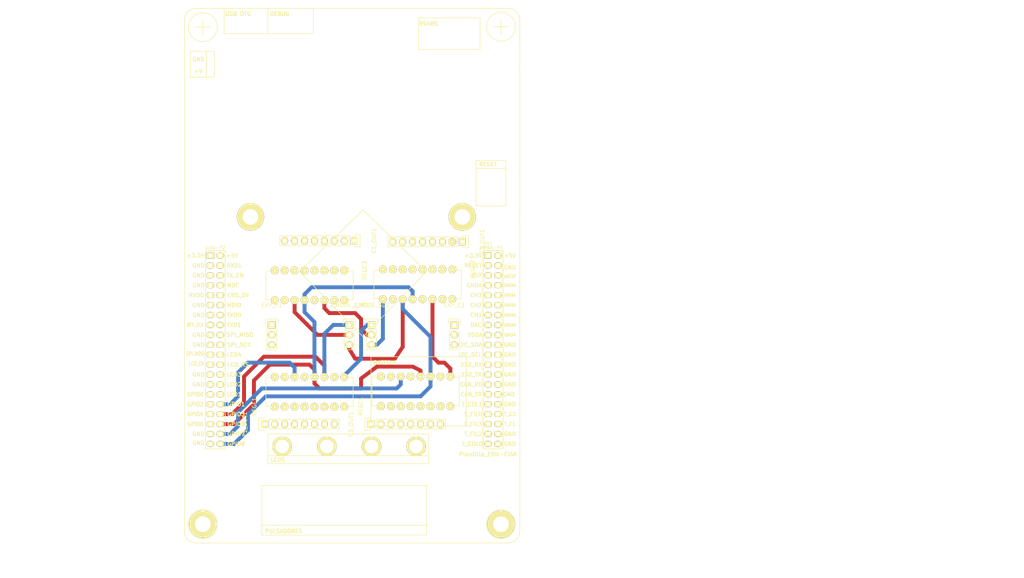
<source format=kicad_pcb>
(kicad_pcb (version 4) (host pcbnew 4.0.0-rc2-stable)

  (general
    (links 30)
    (no_connects 14)
    (area 0 0 0 0)
    (thickness 1.6)
    (drawings 26)
    (tracks 87)
    (zones 0)
    (modules 18)
    (nets 92)
  )

  (page A4)
  (title_block
    (title "Poncho Mediano - Modelo - Ejemplo - Template")
    (date "lun 05 oct 2015")
    (rev 1.0)
    (company "Proyecto CIAA - COMPUTADORA INDUSTRIAL ABIERTA ARGENTINA")
    (comment 1 https://github.com/ciaa/Ponchos/tree/master/modelos/doc)
    (comment 2 "Autores y Licencia del template (Diego Brengi - UNLaM)")
    (comment 3 "Autor del poncho (COMPLETAR NOMBRE Y APELLIDO). Ver directorio \"doc\"")
    (comment 4 "CÓDIGO PONCHO:")
  )

  (layers
    (0 F.Cu signal)
    (31 B.Cu signal)
    (32 B.Adhes user)
    (33 F.Adhes user)
    (34 B.Paste user)
    (35 F.Paste user)
    (36 B.SilkS user)
    (37 F.SilkS user)
    (38 B.Mask user)
    (39 F.Mask user)
    (40 Dwgs.User user)
    (41 Cmts.User user)
    (42 Eco1.User user)
    (43 Eco2.User user)
    (44 Edge.Cuts user)
    (45 Margin user)
    (46 B.CrtYd user)
    (47 F.CrtYd user)
    (48 B.Fab user)
    (49 F.Fab user)
  )

  (setup
    (last_trace_width 1)
    (user_trace_width 0.508)
    (user_trace_width 0.635)
    (user_trace_width 0.762)
    (user_trace_width 1.016)
    (user_trace_width 1.27)
    (user_trace_width 1.524)
    (trace_clearance 0.508)
    (zone_clearance 0.508)
    (zone_45_only no)
    (trace_min 0.2)
    (segment_width 0.2)
    (edge_width 0.15)
    (via_size 0.6)
    (via_drill 0.4)
    (via_min_size 0.4)
    (via_min_drill 0.3)
    (uvia_size 0.3)
    (uvia_drill 0.1)
    (uvias_allowed no)
    (uvia_min_size 0)
    (uvia_min_drill 0)
    (pcb_text_width 0.3)
    (pcb_text_size 1.5 1.5)
    (mod_edge_width 0.15)
    (mod_text_size 0.000001 0.000001)
    (mod_text_width 0.15)
    (pad_size 2 2)
    (pad_drill 0.5)
    (pad_to_mask_clearance 0.2)
    (aux_axis_origin 69.215 150.114)
    (visible_elements 7FFEFF7F)
    (pcbplotparams
      (layerselection 0x00020_80000000)
      (usegerberextensions false)
      (excludeedgelayer false)
      (linewidth 0.100000)
      (plotframeref false)
      (viasonmask false)
      (mode 1)
      (useauxorigin false)
      (hpglpennumber 1)
      (hpglpenspeed 20)
      (hpglpendiameter 15)
      (hpglpenoverlay 2)
      (psnegative false)
      (psa4output false)
      (plotreference true)
      (plotvalue false)
      (plotinvisibletext false)
      (padsonsilk false)
      (subtractmaskfromsilk false)
      (outputformat 1)
      (mirror false)
      (drillshape 0)
      (scaleselection 1)
      (outputdirectory ""))
  )

  (net 0 "")
  (net 1 GND)
  (net 2 /C1_QA)
  (net 3 /C1_QB)
  (net 4 /C1_QC)
  (net 5 /C1_QD)
  (net 6 /C1_QE)
  (net 7 /C1_QF)
  (net 8 /C1_QG)
  (net 9 /C1_QH)
  (net 10 /C2_QA)
  (net 11 /C2_QB)
  (net 12 /C2_QC)
  (net 13 /C2_QD)
  (net 14 /C2_QE)
  (net 15 /C2_QF)
  (net 16 /C2_QG)
  (net 17 /C2_QH)
  (net 18 /C3_QA)
  (net 19 /C3_QB)
  (net 20 /C3_QC)
  (net 21 /C3_QD)
  (net 22 /C3_QE)
  (net 23 /C3_QF)
  (net 24 /C3_QG)
  (net 25 /C3_QH)
  (net 26 /C3_SD)
  (net 27 /C3_CLK)
  (net 28 /C3_LATCH)
  (net 29 /F1_SD)
  (net 30 /F1_CLK)
  (net 31 /F1_LATCH)
  (net 32 /F1_QA)
  (net 33 /F1_QB)
  (net 34 /F1_QC)
  (net 35 /F1_QD)
  (net 36 /F1_QE)
  (net 37 /F1_QF)
  (net 38 /F1_QG)
  (net 39 /F1_QH)
  (net 40 "Net-(H1-Pad1)")
  (net 41 "Net-(H2-Pad1)")
  (net 42 "Net-(H3-Pad1)")
  (net 43 "Net-(H4-Pad1)")
  (net 44 /CMLED/GPIO1)
  (net 45 /CMLED/JCLK_C3)
  (net 46 /CMLED/JF_OUT)
  (net 47 /CMLED/JC3_OUT)
  (net 48 /CMLED/JC2_OUT)
  (net 49 /CMLED/C1_QB)
  (net 50 /CMLED/C1_QC)
  (net 51 /CMLED/C1_QD)
  (net 52 /CMLED/C1_QE)
  (net 53 /CMLED/C1_QF)
  (net 54 /CMLED/C1_QG)
  (net 55 /CMLED/C1_QH)
  (net 56 "Net-(REGC1-Pad9)")
  (net 57 VCC)
  (net 58 /CMLED/GPIO3)
  (net 59 /CMLED/C1_QA)
  (net 60 /CMLED/C2_QB)
  (net 61 /CMLED/C2_QC)
  (net 62 /CMLED/C2_QD)
  (net 63 /CMLED/C2_QE)
  (net 64 /CMLED/C2_QF)
  (net 65 /CMLED/C2_QG)
  (net 66 /CMLED/C2_QH)
  (net 67 /CMLED/C2_QA)
  (net 68 /CMLED/C3_QB)
  (net 69 /CMLED/C3_QC)
  (net 70 /CMLED/C3_QD)
  (net 71 /CMLED/C3_QE)
  (net 72 /CMLED/C3_QF)
  (net 73 /CMLED/C3_QG)
  (net 74 /CMLED/C3_QH)
  (net 75 /CMLED/C3_SD)
  (net 76 /CMLED/C3_QA)
  (net 77 /CMLED/F1_QB)
  (net 78 /CMLED/F1_QC)
  (net 79 /CMLED/F1_QD)
  (net 80 /CMLED/F1_QE)
  (net 81 /CMLED/F1_QF)
  (net 82 /CMLED/F1_QG)
  (net 83 /CMLED/F1_QH)
  (net 84 /CMLED/F1_QA)
  (net 85 "Net-(XA1-Pad69)")
  (net 86 "Net-(XA1-Pad71)")
  (net 87 "Net-(XA1-Pad75)")
  (net 88 /CMLED/GPIO8)
  (net 89 /CMLED/GPIO5)
  (net 90 /CMLED/GPIO7)
  (net 91 "Net-(XA1-Pad73)")

  (net_class Default "This is the default net class."
    (clearance 0.508)
    (trace_width 1)
    (via_dia 0.6)
    (via_drill 0.4)
    (uvia_dia 0.3)
    (uvia_drill 0.1)
    (add_net /C1_QA)
    (add_net /C1_QB)
    (add_net /C1_QC)
    (add_net /C1_QD)
    (add_net /C1_QE)
    (add_net /C1_QF)
    (add_net /C1_QG)
    (add_net /C1_QH)
    (add_net /C2_QA)
    (add_net /C2_QB)
    (add_net /C2_QC)
    (add_net /C2_QD)
    (add_net /C2_QE)
    (add_net /C2_QF)
    (add_net /C2_QG)
    (add_net /C2_QH)
    (add_net /C3_CLK)
    (add_net /C3_LATCH)
    (add_net /C3_QA)
    (add_net /C3_QB)
    (add_net /C3_QC)
    (add_net /C3_QD)
    (add_net /C3_QE)
    (add_net /C3_QF)
    (add_net /C3_QG)
    (add_net /C3_QH)
    (add_net /C3_SD)
    (add_net /CMLED/C1_QA)
    (add_net /CMLED/C1_QB)
    (add_net /CMLED/C1_QC)
    (add_net /CMLED/C1_QD)
    (add_net /CMLED/C1_QE)
    (add_net /CMLED/C1_QF)
    (add_net /CMLED/C1_QG)
    (add_net /CMLED/C1_QH)
    (add_net /CMLED/C2_QA)
    (add_net /CMLED/C2_QB)
    (add_net /CMLED/C2_QC)
    (add_net /CMLED/C2_QD)
    (add_net /CMLED/C2_QE)
    (add_net /CMLED/C2_QF)
    (add_net /CMLED/C2_QG)
    (add_net /CMLED/C2_QH)
    (add_net /CMLED/C3_QA)
    (add_net /CMLED/C3_QB)
    (add_net /CMLED/C3_QC)
    (add_net /CMLED/C3_QD)
    (add_net /CMLED/C3_QE)
    (add_net /CMLED/C3_QF)
    (add_net /CMLED/C3_QG)
    (add_net /CMLED/C3_QH)
    (add_net /CMLED/C3_SD)
    (add_net /CMLED/F1_QA)
    (add_net /CMLED/F1_QB)
    (add_net /CMLED/F1_QC)
    (add_net /CMLED/F1_QD)
    (add_net /CMLED/F1_QE)
    (add_net /CMLED/F1_QF)
    (add_net /CMLED/F1_QG)
    (add_net /CMLED/F1_QH)
    (add_net /CMLED/GPIO1)
    (add_net /CMLED/GPIO3)
    (add_net /CMLED/GPIO5)
    (add_net /CMLED/GPIO7)
    (add_net /CMLED/GPIO8)
    (add_net /CMLED/JC2_OUT)
    (add_net /CMLED/JC3_OUT)
    (add_net /CMLED/JCLK_C3)
    (add_net /CMLED/JF_OUT)
    (add_net /F1_CLK)
    (add_net /F1_LATCH)
    (add_net /F1_QA)
    (add_net /F1_QB)
    (add_net /F1_QC)
    (add_net /F1_QD)
    (add_net /F1_QE)
    (add_net /F1_QF)
    (add_net /F1_QG)
    (add_net /F1_QH)
    (add_net /F1_SD)
    (add_net GND)
    (add_net "Net-(H1-Pad1)")
    (add_net "Net-(H2-Pad1)")
    (add_net "Net-(H3-Pad1)")
    (add_net "Net-(H4-Pad1)")
    (add_net "Net-(REGC1-Pad9)")
    (add_net "Net-(XA1-Pad69)")
    (add_net "Net-(XA1-Pad71)")
    (add_net "Net-(XA1-Pad73)")
    (add_net "Net-(XA1-Pad75)")
    (add_net VCC)
  )

  (module Poncho_Esqueleto:Conn_Poncho_Mediano locked (layer F.Cu) (tedit 5612F5D8) (tstamp 5612FA4C)
    (at 142.24 81.28)
    (tags "CONN Poncho")
    (path /5612F0FD)
    (fp_text reference XA1 (at 0 -3.175) (layer F.SilkS)
      (effects (font (size 0.8 0.8) (thickness 0.12)))
    )
    (fp_text value Conn_PonchoMP_2x_20x2 (at -1.905 51.181) (layer F.SilkS) hide
      (effects (font (size 1.016 1.016) (thickness 0.2032)))
    )
    (fp_line (start 8.255 -22.86) (end 8.255 73.66) (layer Dwgs.User) (width 0.15))
    (fp_line (start -78.105 73.66) (end -78.105 -22.86) (layer Dwgs.User) (width 0.15))
    (fp_line (start -78.105 -22.86) (end 8.255 -22.86) (layer Dwgs.User) (width 0.15))
    (fp_line (start 8.255 73.66) (end -78.105 73.66) (layer Dwgs.User) (width 0.15))
    (fp_text user GPIO8 (at -64.516 48.26) (layer F.SilkS)
      (effects (font (size 1 1) (thickness 0.2)))
    )
    (fp_text user GPIO7 (at -64.516 45.72) (layer F.SilkS)
      (effects (font (size 1 1) (thickness 0.2)))
    )
    (fp_text user GPIO5 (at -64.516 43.18) (layer F.SilkS)
      (effects (font (size 1 1) (thickness 0.2)))
    )
    (fp_text user GPIO3 (at -64.516 40.64) (layer F.SilkS)
      (effects (font (size 1 1) (thickness 0.2)))
    )
    (fp_text user GPIO1 (at -64.516 38.1) (layer F.SilkS)
      (effects (font (size 1 1) (thickness 0.2)))
    )
    (fp_text user LCD1 (at -65.024 35.56) (layer F.SilkS)
      (effects (font (size 1 1) (thickness 0.2)))
    )
    (fp_text user LCD2 (at -65.024 33.02) (layer F.SilkS)
      (effects (font (size 1 1) (thickness 0.2)))
    )
    (fp_text user LCD3 (at -65.024 30.48) (layer F.SilkS)
      (effects (font (size 1 1) (thickness 0.2)))
    )
    (fp_text user LCD_RS (at -64.008 27.94) (layer F.SilkS)
      (effects (font (size 1 1) (thickness 0.2)))
    )
    (fp_text user LCD4 (at -65.024 25.4) (layer F.SilkS)
      (effects (font (size 1 1) (thickness 0.2)))
    )
    (fp_text user SPI_SCK (at -63.754 22.86) (layer F.SilkS)
      (effects (font (size 1 1) (thickness 0.2)))
    )
    (fp_text user SPI_MISO (at -63.5 20.32) (layer F.SilkS)
      (effects (font (size 1 1) (thickness 0.2)))
    )
    (fp_text user TXD1 (at -65.024 17.78) (layer F.SilkS)
      (effects (font (size 1 1) (thickness 0.2)))
    )
    (fp_text user TXD0 (at -65.024 15.24) (layer F.SilkS)
      (effects (font (size 1 1) (thickness 0.2)))
    )
    (fp_text user MDIO (at -65.024 12.7) (layer F.SilkS)
      (effects (font (size 1 1) (thickness 0.2)))
    )
    (fp_text user CRS_DV (at -64.008 10.16) (layer F.SilkS)
      (effects (font (size 1 1) (thickness 0.2)))
    )
    (fp_text user MDC (at -65.278 7.62) (layer F.SilkS)
      (effects (font (size 1 1) (thickness 0.2)))
    )
    (fp_text user TX_EN (at -64.77 5.08) (layer F.SilkS)
      (effects (font (size 1 1) (thickness 0.2)))
    )
    (fp_text user RXD1 (at -65.024 2.54) (layer F.SilkS)
      (effects (font (size 1 1) (thickness 0.2)))
    )
    (fp_text user +5V (at -65.532 0) (layer F.SilkS)
      (effects (font (size 1 1) (thickness 0.2)))
    )
    (fp_text user GND (at -74.168 48.006) (layer F.SilkS)
      (effects (font (size 1 1) (thickness 0.2)))
    )
    (fp_text user GND (at -74.168 45.72) (layer F.SilkS)
      (effects (font (size 1 1) (thickness 0.2)))
    )
    (fp_text user GPIO6 (at -74.93 43.18) (layer F.SilkS)
      (effects (font (size 1 0.9) (thickness 0.2)))
    )
    (fp_text user GPIO4 (at -74.93 40.64) (layer F.SilkS)
      (effects (font (size 1 0.9) (thickness 0.2)))
    )
    (fp_text user GPIO2 (at -74.93 38.1) (layer F.SilkS)
      (effects (font (size 1 0.9) (thickness 0.2)))
    )
    (fp_text user GPIO0 (at -74.93 35.56) (layer F.SilkS)
      (effects (font (size 1 0.9) (thickness 0.2)))
    )
    (fp_text user GND (at -74.168 33.02) (layer F.SilkS)
      (effects (font (size 1 1) (thickness 0.2)))
    )
    (fp_text user GND (at -74.168 30.48) (layer F.SilkS)
      (effects (font (size 1 1) (thickness 0.2)))
    )
    (fp_text user LCD_EN (at -74.676 27.686) (layer F.SilkS)
      (effects (font (size 1 0.7) (thickness 0.17)))
    )
    (fp_text user SPI_MOSI (at -74.93 25.146) (layer F.SilkS)
      (effects (font (size 1 0.7) (thickness 0.17)))
    )
    (fp_text user GND (at -74.168 22.86) (layer F.SilkS)
      (effects (font (size 1 1) (thickness 0.2)))
    )
    (fp_text user GND (at -74.168 20.32) (layer F.SilkS)
      (effects (font (size 1 1) (thickness 0.2)))
    )
    (fp_text user REF_CLK (at -74.93 17.78) (layer F.SilkS)
      (effects (font (size 0.9 0.7) (thickness 0.175)))
    )
    (fp_text user GND (at -74.168 15.24) (layer F.SilkS)
      (effects (font (size 1 1) (thickness 0.2)))
    )
    (fp_text user GND (at -74.168 12.7) (layer F.SilkS)
      (effects (font (size 1 1) (thickness 0.2)))
    )
    (fp_text user GND (at -74.168 7.62) (layer F.SilkS)
      (effects (font (size 1 1) (thickness 0.2)))
    )
    (fp_text user RXD0 (at -74.676 10.16) (layer F.SilkS)
      (effects (font (size 1 1) (thickness 0.2)))
    )
    (fp_text user GND (at -74.168 5.08) (layer F.SilkS)
      (effects (font (size 1 1) (thickness 0.2)))
    )
    (fp_text user GND (at -74.168 2.54) (layer F.SilkS)
      (effects (font (size 1 1) (thickness 0.2)))
    )
    (fp_text user +3.3V (at -74.93 0) (layer F.SilkS)
      (effects (font (size 1 1) (thickness 0.2)))
    )
    (fp_text user GND (at 5.588 48.26) (layer F.SilkS)
      (effects (font (size 1 1) (thickness 0.2)))
    )
    (fp_text user GND (at 5.588 45.72) (layer F.SilkS)
      (effects (font (size 1 1) (thickness 0.2)))
    )
    (fp_text user T_F1 (at 5.588 43.18) (layer F.SilkS)
      (effects (font (size 0.9 0.9) (thickness 0.18)))
    )
    (fp_text user T_C2 (at 5.588 40.64) (layer F.SilkS)
      (effects (font (size 0.9 0.9) (thickness 0.18)))
    )
    (fp_text user GND (at 5.588 38.1) (layer F.SilkS)
      (effects (font (size 1 1) (thickness 0.2)))
    )
    (fp_text user GND (at 5.334 35.56) (layer F.SilkS)
      (effects (font (size 1 1) (thickness 0.2)))
    )
    (fp_text user GND (at 5.588 33.02) (layer F.SilkS)
      (effects (font (size 1 1) (thickness 0.2)))
    )
    (fp_text user GND (at 5.588 30.48) (layer F.SilkS)
      (effects (font (size 1 1) (thickness 0.2)))
    )
    (fp_text user GND (at 5.588 27.94) (layer F.SilkS)
      (effects (font (size 1 1) (thickness 0.2)))
    )
    (fp_text user GND (at 5.588 25.4) (layer F.SilkS)
      (effects (font (size 1 1) (thickness 0.2)))
    )
    (fp_text user GND (at 5.588 22.86) (layer F.SilkS)
      (effects (font (size 1 1) (thickness 0.2)))
    )
    (fp_text user GNDA (at 5.588 20.32) (layer F.SilkS)
      (effects (font (size 0.76 0.76) (thickness 0.19)))
    )
    (fp_text user GNDA (at 5.588 17.78) (layer F.SilkS)
      (effects (font (size 0.76 0.76) (thickness 0.19)))
    )
    (fp_text user GNDA (at 5.588 15.24) (layer F.SilkS)
      (effects (font (size 0.76 0.76) (thickness 0.19)))
    )
    (fp_text user GNDA (at 5.588 12.7) (layer F.SilkS)
      (effects (font (size 0.76 0.76) (thickness 0.19)))
    )
    (fp_text user GNDA (at 5.588 10.16) (layer F.SilkS)
      (effects (font (size 0.76 0.76) (thickness 0.19)))
    )
    (fp_text user GNDA (at 5.588 7.62) (layer F.SilkS)
      (effects (font (size 0.76 0.76) (thickness 0.19)))
    )
    (fp_text user WAKEUP (at 5.588 5.334) (layer F.SilkS)
      (effects (font (size 1 0.5) (thickness 0.125)))
    )
    (fp_text user GND (at 5.588 3.048) (layer F.SilkS)
      (effects (font (size 1 1) (thickness 0.2)))
    )
    (fp_text user +5V (at 5.588 0) (layer F.SilkS)
      (effects (font (size 1 1) (thickness 0.2)))
    )
    (fp_text user T_COL0 (at -4.064 48.26) (layer F.SilkS)
      (effects (font (size 1 1) (thickness 0.2)))
    )
    (fp_text user T_FIL2 (at -3.81 45.72) (layer F.SilkS)
      (effects (font (size 1 1) (thickness 0.2)))
    )
    (fp_text user T_FIL3 (at -3.81 43.18) (layer F.SilkS)
      (effects (font (size 1 1) (thickness 0.2)))
    )
    (fp_text user T_FIL0 (at -3.81 40.64) (layer F.SilkS)
      (effects (font (size 1 1) (thickness 0.2)))
    )
    (fp_text user T_COL1 (at -4.064 38.1) (layer F.SilkS)
      (effects (font (size 1 1) (thickness 0.2)))
    )
    (fp_text user CAN_TD (at -4.318 35.56) (layer F.SilkS)
      (effects (font (size 1 1) (thickness 0.2)))
    )
    (fp_text user CAN_RD (at -4.318 33.02) (layer F.SilkS)
      (effects (font (size 1 1) (thickness 0.2)))
    )
    (fp_text user 232_TX (at -4.318 30.48) (layer F.SilkS)
      (effects (font (size 1 1) (thickness 0.2)))
    )
    (fp_text user 232_RX (at -4.318 27.94) (layer F.SilkS)
      (effects (font (size 1 1) (thickness 0.2)))
    )
    (fp_text user I2C_SCL (at -4.572 25.4) (layer F.SilkS)
      (effects (font (size 1 1) (thickness 0.2)))
    )
    (fp_text user I2C_SDA (at -4.572 22.86) (layer F.SilkS)
      (effects (font (size 1 1) (thickness 0.2)))
    )
    (fp_text user VDDA (at -3.302 20.32) (layer F.SilkS)
      (effects (font (size 1 1) (thickness 0.2)))
    )
    (fp_text user DAC (at -3.048 17.78) (layer F.SilkS)
      (effects (font (size 1 1) (thickness 0.2)))
    )
    (fp_text user CH1 (at -3.048 15.24) (layer F.SilkS)
      (effects (font (size 1 1) (thickness 0.2)))
    )
    (fp_text user CH2 (at -3.048 12.7) (layer F.SilkS)
      (effects (font (size 1 1) (thickness 0.2)))
    )
    (fp_text user CH3 (at -3.048 10.16) (layer F.SilkS)
      (effects (font (size 1 1) (thickness 0.2)))
    )
    (fp_text user GNDA (at -3.556 7.62) (layer F.SilkS)
      (effects (font (size 1 1) (thickness 0.2)))
    )
    (fp_text user ISP (at -2.794 5.08) (layer F.SilkS)
      (effects (font (size 1 1) (thickness 0.2)))
    )
    (fp_text user RESET (at -3.81 2.54) (layer F.SilkS)
      (effects (font (size 1 1) (thickness 0.2)))
    )
    (fp_text user CIAA-P2 (at -69.85 -2.032) (layer F.SilkS)
      (effects (font (size 0.8 0.8) (thickness 0.12)))
    )
    (fp_text user CIAA-P1 (at 1.27 -2.032) (layer F.SilkS)
      (effects (font (size 0.8 0.8) (thickness 0.12)))
    )
    (fp_text user +3.3V (at -3.81 0) (layer F.SilkS)
      (effects (font (size 1 1) (thickness 0.2)))
    )
    (fp_line (start -72.39 0) (end -72.39 -1.27) (layer F.SilkS) (width 0.15))
    (fp_line (start -72.39 -1.27) (end -67.31 -1.27) (layer F.SilkS) (width 0.15))
    (fp_line (start -67.31 -1.27) (end -67.31 49.53) (layer F.SilkS) (width 0.15))
    (fp_line (start -67.31 49.53) (end -72.39 49.53) (layer F.SilkS) (width 0.15))
    (fp_line (start -72.39 49.53) (end -72.39 0) (layer F.SilkS) (width 0.15))
    (fp_line (start -1.27 49.53) (end -1.27 -1.27) (layer F.SilkS) (width 0.15))
    (fp_line (start 3.81 49.53) (end 3.81 -1.27) (layer F.SilkS) (width 0.15))
    (fp_line (start 3.81 49.53) (end -1.27 49.53) (layer F.SilkS) (width 0.15))
    (fp_line (start 3.81 -1.27) (end -1.27 -1.27) (layer F.SilkS) (width 0.15))
    (pad 1 thru_hole rect (at 0 0 270) (size 1.524 2) (drill 1.016) (layers *.Cu *.Mask F.SilkS))
    (pad 2 thru_hole oval (at 2.54 0 270) (size 1.524 2) (drill 1.016) (layers *.Cu *.Mask F.SilkS))
    (pad 11 thru_hole oval (at 0 12.7 270) (size 1.524 2) (drill 1.016) (layers *.Cu *.Mask F.SilkS))
    (pad 4 thru_hole oval (at 2.54 2.54 270) (size 1.524 2) (drill 1.016) (layers *.Cu *.Mask F.SilkS))
    (pad 13 thru_hole oval (at 0 15.24 270) (size 1.524 2) (drill 1.016) (layers *.Cu *.Mask F.SilkS))
    (pad 6 thru_hole oval (at 2.54 5.08 270) (size 1.524 2) (drill 1.016) (layers *.Cu *.Mask F.SilkS))
    (pad 15 thru_hole oval (at 0 17.78 270) (size 1.524 2) (drill 1.016) (layers *.Cu *.Mask F.SilkS))
    (pad 8 thru_hole oval (at 2.54 7.62 270) (size 1.524 2) (drill 1.016) (layers *.Cu *.Mask F.SilkS))
    (pad 17 thru_hole oval (at 0 20.32 270) (size 1.524 2) (drill 1.016) (layers *.Cu *.Mask F.SilkS))
    (pad 10 thru_hole oval (at 2.54 10.16 270) (size 1.524 2) (drill 1.016) (layers *.Cu *.Mask F.SilkS))
    (pad 19 thru_hole oval (at 0 22.86 270) (size 1.524 2) (drill 1.016) (layers *.Cu *.Mask F.SilkS))
    (pad 12 thru_hole oval (at 2.54 12.7 270) (size 1.524 2) (drill 1.016) (layers *.Cu *.Mask F.SilkS))
    (pad 21 thru_hole oval (at 0 25.4 270) (size 1.524 2) (drill 1.016) (layers *.Cu *.Mask F.SilkS))
    (pad 14 thru_hole oval (at 2.54 15.24 270) (size 1.524 2) (drill 1.016) (layers *.Cu *.Mask F.SilkS))
    (pad 23 thru_hole oval (at 0 27.94 270) (size 1.524 2) (drill 1.016) (layers *.Cu *.Mask F.SilkS))
    (pad 16 thru_hole oval (at 2.54 17.78 270) (size 1.524 2) (drill 1.016) (layers *.Cu *.Mask F.SilkS))
    (pad 25 thru_hole oval (at 0 30.48 270) (size 1.524 2) (drill 1.016) (layers *.Cu *.Mask F.SilkS))
    (pad 18 thru_hole oval (at 2.54 20.32 270) (size 1.524 2) (drill 1.016) (layers *.Cu *.Mask F.SilkS))
    (pad 27 thru_hole oval (at 0 33.02 270) (size 1.524 2) (drill 1.016) (layers *.Cu *.Mask F.SilkS))
    (pad 20 thru_hole oval (at 2.54 22.86 270) (size 1.524 2) (drill 1.016) (layers *.Cu *.Mask F.SilkS))
    (pad 29 thru_hole oval (at 0 35.56 270) (size 1.524 2) (drill 1.016) (layers *.Cu *.Mask F.SilkS))
    (pad 22 thru_hole oval (at 2.54 25.4 270) (size 1.524 2) (drill 1.016) (layers *.Cu *.Mask F.SilkS))
    (pad 31 thru_hole oval (at 0 38.1 270) (size 1.524 2) (drill 1.016) (layers *.Cu *.Mask F.SilkS))
    (pad 24 thru_hole oval (at 2.54 27.94 270) (size 1.524 2) (drill 1.016) (layers *.Cu *.Mask F.SilkS))
    (pad 26 thru_hole oval (at 2.54 30.48 270) (size 1.524 2) (drill 1.016) (layers *.Cu *.Mask F.SilkS))
    (pad 33 thru_hole oval (at 0 40.64 270) (size 1.524 2) (drill 1.016) (layers *.Cu *.Mask F.SilkS))
    (pad 28 thru_hole oval (at 2.54 33.02 270) (size 1.524 2) (drill 1.016) (layers *.Cu *.Mask F.SilkS))
    (pad 32 thru_hole oval (at 2.54 38.1 270) (size 1.524 2) (drill 1.016) (layers *.Cu *.Mask F.SilkS))
    (pad 34 thru_hole oval (at 2.54 40.64 270) (size 1.524 2) (drill 1.016) (layers *.Cu *.Mask F.SilkS))
    (pad 36 thru_hole oval (at 2.54 43.18 270) (size 1.524 2) (drill 1.016) (layers *.Cu *.Mask F.SilkS))
    (pad 38 thru_hole oval (at 2.54 45.72 270) (size 1.524 2) (drill 1.016) (layers *.Cu *.Mask F.SilkS))
    (pad 35 thru_hole oval (at 0 43.18 270) (size 1.524 2) (drill 1.016) (layers *.Cu *.Mask F.SilkS))
    (pad 37 thru_hole oval (at 0 45.72 270) (size 1.524 2) (drill 1.016) (layers *.Cu *.Mask F.SilkS))
    (pad 3 thru_hole oval (at 0 2.54 270) (size 1.524 2) (drill 1.016) (layers *.Cu *.Mask F.SilkS))
    (pad 5 thru_hole oval (at 0 5.08 270) (size 1.524 2) (drill 1.016) (layers *.Cu *.Mask F.SilkS))
    (pad 7 thru_hole oval (at 0 7.62 270) (size 1.524 2) (drill 1.016) (layers *.Cu *.Mask F.SilkS))
    (pad 9 thru_hole oval (at 0 10.16 270) (size 1.524 2) (drill 1.016) (layers *.Cu *.Mask F.SilkS))
    (pad 39 thru_hole oval (at 0 48.26 270) (size 1.524 2) (drill 1.016) (layers *.Cu *.Mask F.SilkS))
    (pad 40 thru_hole oval (at 2.54 48.26 270) (size 1.524 2) (drill 1.016) (layers *.Cu *.Mask F.SilkS))
    (pad 30 thru_hole oval (at 2.54 35.56 270) (size 1.524 2) (drill 1.016) (layers *.Cu *.Mask F.SilkS))
    (pad 41 thru_hole rect (at -71.12 0 270) (size 1.524 2) (drill 1.016) (layers *.Cu *.Mask F.SilkS))
    (pad 42 thru_hole oval (at -68.58 0 270) (size 1.524 2) (drill 1.016) (layers *.Cu *.Mask F.SilkS))
    (pad 43 thru_hole oval (at -71.12 2.54 270) (size 1.524 2) (drill 1.016) (layers *.Cu *.Mask F.SilkS))
    (pad 44 thru_hole oval (at -68.58 2.54 270) (size 1.524 2) (drill 1.016) (layers *.Cu *.Mask F.SilkS))
    (pad 45 thru_hole oval (at -71.12 5.08 270) (size 1.524 2) (drill 1.016) (layers *.Cu *.Mask F.SilkS))
    (pad 46 thru_hole oval (at -68.58 5.08 270) (size 1.524 2) (drill 1.016) (layers *.Cu *.Mask F.SilkS))
    (pad 47 thru_hole oval (at -71.12 7.62 270) (size 1.524 2) (drill 1.016) (layers *.Cu *.Mask F.SilkS))
    (pad 48 thru_hole oval (at -68.58 7.62 270) (size 1.524 2) (drill 1.016) (layers *.Cu *.Mask F.SilkS))
    (pad 49 thru_hole oval (at -71.12 10.16 270) (size 1.524 2) (drill 1.016) (layers *.Cu *.Mask F.SilkS))
    (pad 50 thru_hole oval (at -68.58 10.16 270) (size 1.524 2) (drill 1.016) (layers *.Cu *.Mask F.SilkS))
    (pad 51 thru_hole oval (at -71.12 12.7 270) (size 1.524 2) (drill 1.016) (layers *.Cu *.Mask F.SilkS))
    (pad 52 thru_hole oval (at -68.58 12.7 270) (size 1.524 2) (drill 1.016) (layers *.Cu *.Mask F.SilkS))
    (pad 53 thru_hole oval (at -71.12 15.24 270) (size 1.524 2) (drill 1.016) (layers *.Cu *.Mask F.SilkS))
    (pad 54 thru_hole oval (at -68.58 15.24 270) (size 1.524 2) (drill 1.016) (layers *.Cu *.Mask F.SilkS))
    (pad 55 thru_hole oval (at -71.12 17.78 270) (size 1.524 2) (drill 1.016) (layers *.Cu *.Mask F.SilkS))
    (pad 56 thru_hole oval (at -68.58 17.78 270) (size 1.524 2) (drill 1.016) (layers *.Cu *.Mask F.SilkS))
    (pad 57 thru_hole oval (at -71.12 20.32 270) (size 1.524 2) (drill 1.016) (layers *.Cu *.Mask F.SilkS))
    (pad 58 thru_hole oval (at -68.58 20.32 270) (size 1.524 2) (drill 1.016) (layers *.Cu *.Mask F.SilkS))
    (pad 59 thru_hole oval (at -71.12 22.86 270) (size 1.524 2) (drill 1.016) (layers *.Cu *.Mask F.SilkS))
    (pad 60 thru_hole oval (at -68.58 22.86 270) (size 1.524 2) (drill 1.016) (layers *.Cu *.Mask F.SilkS))
    (pad 61 thru_hole oval (at -71.12 25.4 270) (size 1.524 2) (drill 1.016) (layers *.Cu *.Mask F.SilkS))
    (pad 62 thru_hole oval (at -68.58 25.4 270) (size 1.524 2) (drill 1.016) (layers *.Cu *.Mask F.SilkS))
    (pad 63 thru_hole oval (at -71.12 27.94 270) (size 1.524 2) (drill 1.016) (layers *.Cu *.Mask F.SilkS))
    (pad 64 thru_hole oval (at -68.58 27.94 270) (size 1.524 2) (drill 1.016) (layers *.Cu *.Mask F.SilkS))
    (pad 65 thru_hole oval (at -71.12 30.48 270) (size 1.524 2) (drill 1.016) (layers *.Cu *.Mask F.SilkS))
    (pad 66 thru_hole oval (at -68.58 30.48 270) (size 1.524 2) (drill 1.016) (layers *.Cu *.Mask F.SilkS))
    (pad 67 thru_hole oval (at -71.12 33.02 270) (size 1.524 2) (drill 1.016) (layers *.Cu *.Mask F.SilkS))
    (pad 68 thru_hole oval (at -68.58 33.02 270) (size 1.524 2) (drill 1.016) (layers *.Cu *.Mask F.SilkS))
    (pad 69 thru_hole oval (at -71.12 35.56 270) (size 1.524 2) (drill 1.016) (layers *.Cu *.Mask F.SilkS)
      (net 85 "Net-(XA1-Pad69)"))
    (pad 70 thru_hole oval (at -68.58 35.56 270) (size 1.524 2) (drill 1.016) (layers *.Cu *.Mask F.SilkS))
    (pad 71 thru_hole oval (at -71.12 38.1 270) (size 1.524 2) (drill 1.016) (layers *.Cu *.Mask F.SilkS)
      (net 86 "Net-(XA1-Pad71)"))
    (pad 72 thru_hole oval (at -68.58 38.1 270) (size 1.524 2) (drill 1.016) (layers *.Cu *.Mask F.SilkS)
      (net 44 /CMLED/GPIO1))
    (pad 73 thru_hole oval (at -71.12 40.64 270) (size 1.524 2) (drill 1.016) (layers *.Cu *.Mask F.SilkS)
      (net 91 "Net-(XA1-Pad73)"))
    (pad 74 thru_hole oval (at -68.58 40.64 270) (size 1.524 2) (drill 1.016) (layers *.Cu *.Mask F.SilkS)
      (net 58 /CMLED/GPIO3))
    (pad 75 thru_hole oval (at -71.12 43.18 270) (size 1.524 2) (drill 1.016) (layers *.Cu *.Mask F.SilkS)
      (net 87 "Net-(XA1-Pad75)"))
    (pad 76 thru_hole oval (at -68.58 43.18 270) (size 1.524 2) (drill 1.016) (layers *.Cu *.Mask F.SilkS)
      (net 89 /CMLED/GPIO5))
    (pad 77 thru_hole oval (at -71.12 45.72 270) (size 1.524 2) (drill 1.016) (layers *.Cu *.Mask F.SilkS))
    (pad 78 thru_hole oval (at -68.58 45.72 270) (size 1.524 2) (drill 1.016) (layers *.Cu *.Mask F.SilkS)
      (net 90 /CMLED/GPIO7))
    (pad 79 thru_hole oval (at -71.12 48.26 270) (size 1.524 2) (drill 1.016) (layers *.Cu *.Mask F.SilkS))
    (pad 80 thru_hole oval (at -68.58 48.26 270) (size 1.524 2) (drill 1.016) (layers *.Cu *.Mask F.SilkS)
      (net 88 /CMLED/GPIO8))
    (pad ~ thru_hole circle (at -73.025 68.834) (size 7 7) (drill 4) (layers *.Cu *.Mask F.SilkS))
    (pad ~ thru_hole circle (at 3.302 68.834) (size 7 7) (drill 4) (layers *.Cu *.Mask F.SilkS))
    (pad ~ thru_hole circle (at -60.833 -9.906) (size 7 7) (drill 4) (layers *.Cu *.Mask F.SilkS))
    (pad ~ thru_hole circle (at -6.604 -9.906) (size 7 7) (drill 4) (layers *.Cu *.Mask F.SilkS))
  )

  (module Poncho_Esqueleto:Plantilla_EDU-CIAA locked (layer F.Cu) (tedit 561459EF) (tstamp 561306DE)
    (at 142.24 81.28)
    (tags "plantilla poncho EDU CIAA")
    (fp_text reference MP1 (at -0.762 -2.032) (layer F.SilkS)
      (effects (font (size 0.8 0.8) (thickness 0.12)))
    )
    (fp_text value Plantilla_EDU-CIAA (at -0.03 50.9) (layer F.SilkS)
      (effects (font (size 1.016 1.016) (thickness 0.2032)))
    )
    (fp_line (start -30.099 48.641) (end -30.226 48.641) (layer F.SilkS) (width 0.15))
    (fp_line (start -29.845 48.641) (end -30.099 48.641) (layer F.SilkS) (width 0.15))
    (fp_line (start -29.845 48.641) (end -29.464 48.641) (layer F.SilkS) (width 0.15))
    (fp_line (start -29.845 48.641) (end -29.845 49.149) (layer F.SilkS) (width 0.15))
    (fp_line (start -29.845 48.641) (end -29.845 48.006) (layer F.SilkS) (width 0.15))
    (fp_line (start -52.959 48.133) (end -52.959 48.006) (layer F.SilkS) (width 0.15))
    (fp_line (start -52.959 48.641) (end -53.34 48.641) (layer F.SilkS) (width 0.15))
    (fp_line (start -52.959 48.641) (end -52.578 48.641) (layer F.SilkS) (width 0.15))
    (fp_line (start -52.959 48.641) (end -52.959 49.149) (layer F.SilkS) (width 0.15))
    (fp_line (start -52.959 48.641) (end -52.959 48.133) (layer F.SilkS) (width 0.15))
    (fp_line (start -41.656 48.641) (end -41.783 48.641) (layer F.SilkS) (width 0.15))
    (fp_line (start -41.402 48.641) (end -41.656 48.641) (layer F.SilkS) (width 0.15))
    (fp_line (start -41.402 48.641) (end -41.021 48.641) (layer F.SilkS) (width 0.15))
    (fp_line (start -41.402 48.641) (end -41.402 49.149) (layer F.SilkS) (width 0.15))
    (fp_line (start -41.402 48.641) (end -41.402 48.006) (layer F.SilkS) (width 0.15))
    (fp_line (start -18.288 48.641) (end -18.669 48.641) (layer F.SilkS) (width 0.15))
    (fp_line (start -18.288 48.641) (end -17.907 48.641) (layer F.SilkS) (width 0.15))
    (fp_line (start -18.288 48.641) (end -18.288 49.149) (layer F.SilkS) (width 0.15))
    (fp_line (start -18.288 48.641) (end -18.288 48.006) (layer F.SilkS) (width 0.15))
    (fp_line (start -73.025 68.834) (end -74.93 68.834) (layer F.SilkS) (width 0.15))
    (fp_line (start -73.025 68.834) (end -71.12 68.834) (layer F.SilkS) (width 0.15))
    (fp_line (start -73.025 68.834) (end -73.025 70.739) (layer F.SilkS) (width 0.15))
    (fp_line (start -73.025 68.834) (end -73.025 66.929) (layer F.SilkS) (width 0.15))
    (fp_circle (center -73.025 68.834) (end -72.136 65.151) (layer F.SilkS) (width 0.15))
    (fp_circle (center 3.302 68.834) (end 6.858 69.85) (layer F.SilkS) (width 0.15))
    (fp_line (start 3.302 68.834) (end 5.207 68.834) (layer F.SilkS) (width 0.15))
    (fp_line (start 3.302 68.834) (end 1.397 68.834) (layer F.SilkS) (width 0.15))
    (fp_line (start 3.302 68.834) (end 3.302 70.739) (layer F.SilkS) (width 0.15))
    (fp_line (start 3.302 68.834) (end 3.302 66.929) (layer F.SilkS) (width 0.15))
    (fp_line (start 3.302 -58.674) (end 1.397 -58.674) (layer F.SilkS) (width 0.15))
    (fp_line (start 3.302 -58.674) (end 5.207 -58.674) (layer F.SilkS) (width 0.15))
    (fp_line (start 3.302 -58.674) (end 3.302 -56.769) (layer F.SilkS) (width 0.15))
    (fp_line (start 3.302 -58.674) (end 3.302 -60.579) (layer F.SilkS) (width 0.15))
    (fp_circle (center 3.302 -58.674) (end 6.731 -57.277) (layer F.SilkS) (width 0.15))
    (fp_circle (center -73.025 -58.547) (end -69.469 -59.563) (layer F.SilkS) (width 0.15))
    (fp_line (start -73.025 -58.547) (end -74.93 -58.547) (layer F.SilkS) (width 0.15))
    (fp_line (start -73.025 -58.547) (end -71.12 -58.547) (layer F.SilkS) (width 0.15))
    (fp_line (start -73.025 -58.547) (end -73.025 -56.642) (layer F.SilkS) (width 0.15))
    (fp_line (start -73.025 -58.547) (end -73.025 -60.452) (layer F.SilkS) (width 0.15))
    (fp_circle (center 0 0) (end 0.508 0) (layer F.SilkS) (width 0.15))
    (fp_line (start -72.136 -45.72) (end -70.104 -45.72) (layer F.SilkS) (width 0.15))
    (fp_line (start -70.104 -45.72) (end -70.104 -52.324) (layer F.SilkS) (width 0.15))
    (fp_line (start -70.104 -52.324) (end -72.136 -52.324) (layer F.SilkS) (width 0.15))
    (fp_text user GND (at -74.168 -50.292) (layer F.SilkS)
      (effects (font (size 1 1) (thickness 0.2)))
    )
    (fp_text user +V (at -74.168 -47.244) (layer F.SilkS)
      (effects (font (size 1 1) (thickness 0.2)))
    )
    (fp_line (start -76.2 -45.72) (end -72.136 -45.72) (layer F.SilkS) (width 0.15))
    (fp_line (start -72.136 -45.72) (end -72.136 -52.324) (layer F.SilkS) (width 0.15))
    (fp_line (start -72.136 -52.324) (end -76.2 -52.324) (layer F.SilkS) (width 0.15))
    (fp_line (start -76.2 -52.324) (end -76.2 -45.72) (layer F.SilkS) (width 0.15))
    (fp_text user DEBUG (at -53.34 -61.976) (layer F.SilkS)
      (effects (font (size 1 1) (thickness 0.2)))
    )
    (fp_text user "USB OTG" (at -64.008 -61.976) (layer F.SilkS)
      (effects (font (size 1 1) (thickness 0.2)))
    )
    (fp_line (start -56.388 -56.896) (end -56.388 -63.5) (layer F.SilkS) (width 0.15))
    (fp_line (start -44.704 -62.992) (end -44.704 -63.5) (layer F.SilkS) (width 0.15))
    (fp_line (start -67.564 -56.896) (end -67.564 -62.992) (layer F.SilkS) (width 0.15))
    (fp_line (start -67.564 -62.992) (end -67.564 -63.5) (layer F.SilkS) (width 0.15))
    (fp_line (start -44.704 -62.992) (end -44.704 -56.896) (layer F.SilkS) (width 0.15))
    (fp_line (start -44.704 -56.896) (end -59.436 -56.896) (layer F.SilkS) (width 0.15))
    (fp_line (start -67.564 -56.896) (end -59.436 -56.896) (layer F.SilkS) (width 0.15))
    (fp_text user RS485 (at -15.24 -59.436) (layer F.SilkS)
      (effects (font (size 1 1) (thickness 0.2)))
    )
    (fp_line (start -17.78 -52.832) (end -2.032 -52.832) (layer F.SilkS) (width 0.15))
    (fp_line (start -2.032 -52.832) (end -2.032 -60.96) (layer F.SilkS) (width 0.15))
    (fp_line (start -2.032 -60.96) (end -17.78 -60.96) (layer F.SilkS) (width 0.15))
    (fp_line (start -17.78 -60.96) (end -17.78 -52.832) (layer F.SilkS) (width 0.15))
    (fp_line (start -32.004 20.828) (end -48.26 4.064) (layer F.SilkS) (width 0.15))
    (fp_line (start -48.26 4.064) (end -32.004 -11.684) (layer F.SilkS) (width 0.15))
    (fp_line (start -32.004 -11.684) (end -15.748 4.064) (layer F.SilkS) (width 0.15))
    (fp_line (start -15.748 4.064) (end -32.004 20.828) (layer F.SilkS) (width 0.15))
    (fp_text user RESET (at 0 -23.368) (layer F.SilkS)
      (effects (font (size 1 1) (thickness 0.2)))
    )
    (fp_line (start -57.912 71.628) (end -57.912 69.088) (layer F.SilkS) (width 0.15))
    (fp_line (start -57.912 71.628) (end -15.748 71.628) (layer F.SilkS) (width 0.15))
    (fp_line (start -15.748 71.628) (end -15.748 69.088) (layer F.SilkS) (width 0.15))
    (fp_line (start -57.912 69.088) (end -15.748 69.088) (layer F.SilkS) (width 0.15))
    (fp_line (start -56.388 53.34) (end -56.388 51.308) (layer F.SilkS) (width 0.15))
    (fp_line (start -56.388 53.34) (end -15.24 53.34) (layer F.SilkS) (width 0.15))
    (fp_line (start -15.24 53.34) (end -15.24 51.308) (layer F.SilkS) (width 0.15))
    (fp_line (start 4.572 -22.352) (end -3.048 -22.352) (layer F.SilkS) (width 0.15))
    (fp_line (start -3.048 -12.7) (end 4.572 -12.7) (layer F.SilkS) (width 0.15))
    (fp_line (start 4.572 -12.7) (end 4.572 -24.384) (layer F.SilkS) (width 0.15))
    (fp_line (start 4.572 -24.384) (end -3.048 -24.384) (layer F.SilkS) (width 0.15))
    (fp_line (start -3.048 -24.384) (end -3.048 -12.7) (layer F.SilkS) (width 0.15))
    (fp_text user BATERIA (at -26.416 27.432) (layer F.SilkS)
      (effects (font (size 1 1) (thickness 0.2)))
    )
    (fp_line (start -29.972 43.688) (end -5.588 43.688) (layer F.SilkS) (width 0.15))
    (fp_line (start -5.588 43.688) (end -5.588 25.908) (layer F.SilkS) (width 0.15))
    (fp_line (start -5.588 25.908) (end -29.972 25.908) (layer F.SilkS) (width 0.15))
    (fp_line (start -29.972 25.908) (end -29.972 43.688) (layer F.SilkS) (width 0.15))
    (fp_text user LEDS (at -53.848 52.324) (layer F.SilkS)
      (effects (font (size 1 1) (thickness 0.2)))
    )
    (fp_line (start -56.388 51.308) (end -15.24 51.308) (layer F.SilkS) (width 0.15))
    (fp_line (start -15.24 51.308) (end -15.24 45.72) (layer F.SilkS) (width 0.15))
    (fp_line (start -15.24 45.72) (end -56.388 45.72) (layer F.SilkS) (width 0.15))
    (fp_line (start -56.388 45.72) (end -56.388 51.308) (layer F.SilkS) (width 0.15))
    (fp_text user PULSADORES (at -52.324 70.612) (layer F.SilkS)
      (effects (font (size 1 1) (thickness 0.2)))
    )
    (fp_line (start -15.748 69.596) (end -15.748 58.928) (layer F.SilkS) (width 0.15))
    (fp_line (start -15.748 58.928) (end -57.912 58.928) (layer F.SilkS) (width 0.15))
    (fp_line (start -57.912 58.928) (end -57.912 69.596) (layer F.SilkS) (width 0.15))
    (fp_line (start -77.724 49.276) (end -77.724 -1.27) (layer F.SilkS) (width 0.15))
    (fp_arc (start -74.803 70.739) (end -74.93 73.66) (angle 90) (layer F.SilkS) (width 0.15))
    (fp_arc (start 5.08 70.612) (end 8.128 70.485) (angle 90) (layer F.SilkS) (width 0.15))
    (fp_arc (start 5.207 -60.452) (end 5.207 -63.373) (angle 90) (layer F.SilkS) (width 0.15))
    (fp_line (start -77.724 -60.706) (end -77.724 -56.769) (layer F.SilkS) (width 0.15))
    (fp_line (start -72.263 -63.373) (end -74.295 -63.373) (layer F.SilkS) (width 0.15))
    (fp_arc (start -74.676 -60.325) (end -77.724 -60.706) (angle 90) (layer F.SilkS) (width 0.15))
    (fp_line (start 5.461 -63.373) (end 4.826 -63.373) (layer F.SilkS) (width 0.15))
    (fp_line (start 8.128 -60.579) (end 8.128 -60.706) (layer F.SilkS) (width 0.15))
    (fp_line (start 8.128 -60.706) (end 8.128 -60.452) (layer F.SilkS) (width 0.15))
    (fp_line (start 3.937 -63.373) (end 4.826 -63.373) (layer F.SilkS) (width 0.15))
    (fp_line (start 0 -63.373) (end 3.937 -63.373) (layer F.SilkS) (width 0.15))
    (fp_line (start 8.128 -58.293) (end 8.128 -60.579) (layer F.SilkS) (width 0.15))
    (fp_line (start 0 -63.373) (end -8.636 -63.373) (layer F.SilkS) (width 0.15))
    (fp_line (start -8.636 -63.373) (end -72.136 -63.373) (layer F.SilkS) (width 0.15))
    (fp_line (start -77.724 -1.27) (end -77.724 -56.769) (layer F.SilkS) (width 0.15))
    (fp_line (start 8.128 -1.27) (end 8.128 -10.16) (layer F.SilkS) (width 0.15))
    (fp_line (start 8.128 -10.16) (end 8.128 -27.432) (layer F.SilkS) (width 0.15))
    (fp_line (start 8.128 -27.432) (end 8.128 -48.26) (layer F.SilkS) (width 0.15))
    (fp_line (start 8.128 -48.26) (end 8.128 -55.499) (layer F.SilkS) (width 0.15))
    (fp_line (start 8.128 -55.499) (end 8.128 -58.293) (layer F.SilkS) (width 0.15))
    (fp_line (start -77.724 70.612) (end -77.724 70.104) (layer F.SilkS) (width 0.15))
    (fp_line (start -74.422 73.66) (end -74.93 73.66) (layer F.SilkS) (width 0.15))
    (fp_line (start -73.025 73.66) (end -74.422 73.66) (layer F.SilkS) (width 0.15))
    (fp_line (start -77.724 67.056) (end -77.724 70.104) (layer F.SilkS) (width 0.15))
    (fp_line (start 3.302 73.66) (end 5.207 73.66) (layer F.SilkS) (width 0.15))
    (fp_line (start 8.128 66.802) (end 8.128 70.485) (layer F.SilkS) (width 0.15))
    (fp_line (start 8.128 49.403) (end 8.128 66.802) (layer F.SilkS) (width 0.15))
    (fp_line (start -77.724 49.403) (end -77.724 67.056) (layer F.SilkS) (width 0.15))
    (fp_line (start 3.302 73.66) (end -73.025 73.66) (layer F.SilkS) (width 0.15))
    (fp_line (start 8.128 0) (end 8.128 -1.27) (layer F.SilkS) (width 0.15))
    (fp_line (start 8.128 0) (end 8.128 49.53) (layer F.SilkS) (width 0.15))
    (fp_line (start -72.39 0) (end -72.39 -1.27) (layer F.SilkS) (width 0.15))
    (fp_line (start -72.39 -1.27) (end -67.31 -1.27) (layer F.SilkS) (width 0.15))
    (fp_line (start -67.31 -1.27) (end -67.31 49.53) (layer F.SilkS) (width 0.15))
    (fp_line (start -67.31 49.53) (end -72.39 49.53) (layer F.SilkS) (width 0.15))
    (fp_line (start -72.39 49.53) (end -72.39 0) (layer F.SilkS) (width 0.15))
    (fp_line (start -1.27 49.53) (end -1.27 -1.27) (layer F.SilkS) (width 0.15))
    (fp_line (start 3.81 49.53) (end 3.81 -1.27) (layer F.SilkS) (width 0.15))
    (fp_line (start 3.81 49.53) (end -1.27 49.53) (layer F.SilkS) (width 0.15))
    (fp_line (start 3.81 -1.27) (end -1.27 -1.27) (layer F.SilkS) (width 0.15))
  )

  (module Pin_Headers:Pin_Header_Straight_1x08 (layer F.Cu) (tedit 0) (tstamp 565387B8)
    (at 107.95 77.47 270)
    (descr "Through hole pin header")
    (tags "pin header")
    (path /5653D6A0)
    (fp_text reference C1_OUT1 (at 0 -5.1 270) (layer F.SilkS)
      (effects (font (size 1 1) (thickness 0.15)))
    )
    (fp_text value CONN_01X08 (at 0 -3.1 270) (layer F.Fab)
      (effects (font (size 1 1) (thickness 0.15)))
    )
    (fp_line (start -1.75 -1.75) (end -1.75 19.55) (layer F.CrtYd) (width 0.05))
    (fp_line (start 1.75 -1.75) (end 1.75 19.55) (layer F.CrtYd) (width 0.05))
    (fp_line (start -1.75 -1.75) (end 1.75 -1.75) (layer F.CrtYd) (width 0.05))
    (fp_line (start -1.75 19.55) (end 1.75 19.55) (layer F.CrtYd) (width 0.05))
    (fp_line (start 1.27 1.27) (end 1.27 19.05) (layer F.SilkS) (width 0.15))
    (fp_line (start 1.27 19.05) (end -1.27 19.05) (layer F.SilkS) (width 0.15))
    (fp_line (start -1.27 19.05) (end -1.27 1.27) (layer F.SilkS) (width 0.15))
    (fp_line (start 1.55 -1.55) (end 1.55 0) (layer F.SilkS) (width 0.15))
    (fp_line (start 1.27 1.27) (end -1.27 1.27) (layer F.SilkS) (width 0.15))
    (fp_line (start -1.55 0) (end -1.55 -1.55) (layer F.SilkS) (width 0.15))
    (fp_line (start -1.55 -1.55) (end 1.55 -1.55) (layer F.SilkS) (width 0.15))
    (pad 1 thru_hole rect (at 0 0 270) (size 2.032 1.7272) (drill 1.016) (layers *.Cu *.Mask F.SilkS)
      (net 2 /C1_QA))
    (pad 2 thru_hole oval (at 0 2.54 270) (size 2.032 1.7272) (drill 1.016) (layers *.Cu *.Mask F.SilkS)
      (net 3 /C1_QB))
    (pad 3 thru_hole oval (at 0 5.08 270) (size 2.032 1.7272) (drill 1.016) (layers *.Cu *.Mask F.SilkS)
      (net 4 /C1_QC))
    (pad 4 thru_hole oval (at 0 7.62 270) (size 2.032 1.7272) (drill 1.016) (layers *.Cu *.Mask F.SilkS)
      (net 5 /C1_QD))
    (pad 5 thru_hole oval (at 0 10.16 270) (size 2.032 1.7272) (drill 1.016) (layers *.Cu *.Mask F.SilkS)
      (net 6 /C1_QE))
    (pad 6 thru_hole oval (at 0 12.7 270) (size 2.032 1.7272) (drill 1.016) (layers *.Cu *.Mask F.SilkS)
      (net 7 /C1_QF))
    (pad 7 thru_hole oval (at 0 15.24 270) (size 2.032 1.7272) (drill 1.016) (layers *.Cu *.Mask F.SilkS)
      (net 8 /C1_QG))
    (pad 8 thru_hole oval (at 0 17.78 270) (size 2.032 1.7272) (drill 1.016) (layers *.Cu *.Mask F.SilkS)
      (net 9 /C1_QH))
    (model Pin_Headers.3dshapes/Pin_Header_Straight_1x08.wrl
      (at (xyz 0 -0.35 0))
      (scale (xyz 1 1 1))
      (rotate (xyz 0 0 90))
    )
  )

  (module Pin_Headers:Pin_Header_Straight_1x08 (layer F.Cu) (tedit 0) (tstamp 565387C4)
    (at 112.268 124.46 90)
    (descr "Through hole pin header")
    (tags "pin header")
    (path /5653D3BD)
    (fp_text reference C2_OUT1 (at 0 -5.1 90) (layer F.SilkS)
      (effects (font (size 1 1) (thickness 0.15)))
    )
    (fp_text value CONN_01X08 (at 0 -3.1 90) (layer F.Fab)
      (effects (font (size 1 1) (thickness 0.15)))
    )
    (fp_line (start -1.75 -1.75) (end -1.75 19.55) (layer F.CrtYd) (width 0.05))
    (fp_line (start 1.75 -1.75) (end 1.75 19.55) (layer F.CrtYd) (width 0.05))
    (fp_line (start -1.75 -1.75) (end 1.75 -1.75) (layer F.CrtYd) (width 0.05))
    (fp_line (start -1.75 19.55) (end 1.75 19.55) (layer F.CrtYd) (width 0.05))
    (fp_line (start 1.27 1.27) (end 1.27 19.05) (layer F.SilkS) (width 0.15))
    (fp_line (start 1.27 19.05) (end -1.27 19.05) (layer F.SilkS) (width 0.15))
    (fp_line (start -1.27 19.05) (end -1.27 1.27) (layer F.SilkS) (width 0.15))
    (fp_line (start 1.55 -1.55) (end 1.55 0) (layer F.SilkS) (width 0.15))
    (fp_line (start 1.27 1.27) (end -1.27 1.27) (layer F.SilkS) (width 0.15))
    (fp_line (start -1.55 0) (end -1.55 -1.55) (layer F.SilkS) (width 0.15))
    (fp_line (start -1.55 -1.55) (end 1.55 -1.55) (layer F.SilkS) (width 0.15))
    (pad 1 thru_hole rect (at 0 0 90) (size 2.032 1.7272) (drill 1.016) (layers *.Cu *.Mask F.SilkS)
      (net 10 /C2_QA))
    (pad 2 thru_hole oval (at 0 2.54 90) (size 2.032 1.7272) (drill 1.016) (layers *.Cu *.Mask F.SilkS)
      (net 11 /C2_QB))
    (pad 3 thru_hole oval (at 0 5.08 90) (size 2.032 1.7272) (drill 1.016) (layers *.Cu *.Mask F.SilkS)
      (net 12 /C2_QC))
    (pad 4 thru_hole oval (at 0 7.62 90) (size 2.032 1.7272) (drill 1.016) (layers *.Cu *.Mask F.SilkS)
      (net 13 /C2_QD))
    (pad 5 thru_hole oval (at 0 10.16 90) (size 2.032 1.7272) (drill 1.016) (layers *.Cu *.Mask F.SilkS)
      (net 14 /C2_QE))
    (pad 6 thru_hole oval (at 0 12.7 90) (size 2.032 1.7272) (drill 1.016) (layers *.Cu *.Mask F.SilkS)
      (net 15 /C2_QF))
    (pad 7 thru_hole oval (at 0 15.24 90) (size 2.032 1.7272) (drill 1.016) (layers *.Cu *.Mask F.SilkS)
      (net 16 /C2_QG))
    (pad 8 thru_hole oval (at 0 17.78 90) (size 2.032 1.7272) (drill 1.016) (layers *.Cu *.Mask F.SilkS)
      (net 17 /C2_QH))
    (model Pin_Headers.3dshapes/Pin_Header_Straight_1x08.wrl
      (at (xyz 0 -0.35 0))
      (scale (xyz 1 1 1))
      (rotate (xyz 0 0 90))
    )
  )

  (module Pin_Headers:Pin_Header_Straight_1x08 (layer F.Cu) (tedit 56538B52) (tstamp 565387D0)
    (at 135.636 77.724 270)
    (descr "Through hole pin header")
    (tags "pin header")
    (path /5653D2EA)
    (fp_text reference C3_OUT1 (at 0 -5.1 270) (layer F.SilkS)
      (effects (font (size 1 1) (thickness 0.15)))
    )
    (fp_text value CONN_01X08 (at 0 -3.1 270) (layer F.Fab)
      (effects (font (size 1 1) (thickness 0.15)))
    )
    (fp_line (start -1.75 -1.75) (end -1.75 19.55) (layer F.CrtYd) (width 0.05))
    (fp_line (start 1.75 -1.75) (end 1.75 19.55) (layer F.CrtYd) (width 0.05))
    (fp_line (start -1.75 -1.75) (end 1.75 -1.75) (layer F.CrtYd) (width 0.05))
    (fp_line (start -1.75 19.55) (end 1.75 19.55) (layer F.CrtYd) (width 0.05))
    (fp_line (start 1.27 1.27) (end 1.27 19.05) (layer F.SilkS) (width 0.15))
    (fp_line (start 1.27 19.05) (end -1.27 19.05) (layer F.SilkS) (width 0.15))
    (fp_line (start -1.27 19.05) (end -1.27 1.27) (layer F.SilkS) (width 0.15))
    (fp_line (start 1.55 -1.55) (end 1.55 0) (layer F.SilkS) (width 0.15))
    (fp_line (start 1.27 1.27) (end -1.27 1.27) (layer F.SilkS) (width 0.15))
    (fp_line (start -1.55 0) (end -1.55 -1.55) (layer F.SilkS) (width 0.15))
    (fp_line (start -1.55 -1.55) (end 1.55 -1.55) (layer F.SilkS) (width 0.15))
    (pad 1 thru_hole rect (at 0 0 270) (size 2.032 1.7272) (drill 1.016) (layers *.Cu *.Mask F.SilkS)
      (net 18 /C3_QA))
    (pad 2 thru_hole circle (at 0 2.54 270) (size 2 2) (drill 0.5) (layers *.Cu *.Mask F.SilkS)
      (net 19 /C3_QB))
    (pad 3 thru_hole oval (at 0 5.08 270) (size 2.032 1.7272) (drill 1.016) (layers *.Cu *.Mask F.SilkS)
      (net 20 /C3_QC))
    (pad 4 thru_hole oval (at 0 7.62 270) (size 2.032 1.7272) (drill 1.016) (layers *.Cu *.Mask F.SilkS)
      (net 21 /C3_QD))
    (pad 5 thru_hole oval (at 0 10.16 270) (size 2.032 1.7272) (drill 1.016) (layers *.Cu *.Mask F.SilkS)
      (net 22 /C3_QE))
    (pad 6 thru_hole oval (at 0 12.7 270) (size 2.032 1.7272) (drill 1.016) (layers *.Cu *.Mask F.SilkS)
      (net 23 /C3_QF))
    (pad 7 thru_hole oval (at 0 15.24 270) (size 2.032 1.7272) (drill 1.016) (layers *.Cu *.Mask F.SilkS)
      (net 24 /C3_QG))
    (pad 8 thru_hole oval (at 0 17.78 270) (size 2.032 1.7272) (drill 1.016) (layers *.Cu *.Mask F.SilkS)
      (net 25 /C3_QH))
    (model Pin_Headers.3dshapes/Pin_Header_Straight_1x08.wrl
      (at (xyz 0 -0.35 0))
      (scale (xyz 1 1 1))
      (rotate (xyz 0 0 90))
    )
  )

  (module Pin_Headers:Pin_Header_Straight_1x03 (layer F.Cu) (tedit 0) (tstamp 565387D7)
    (at 133.604 99.06)
    (descr "Through hole pin header")
    (tags "pin header")
    (path /5654145E)
    (fp_text reference EXP_C1 (at 0 -5.1) (layer F.SilkS)
      (effects (font (size 1 1) (thickness 0.15)))
    )
    (fp_text value CONN_01X03 (at 0 -3.1) (layer F.Fab)
      (effects (font (size 1 1) (thickness 0.15)))
    )
    (fp_line (start -1.75 -1.75) (end -1.75 6.85) (layer F.CrtYd) (width 0.05))
    (fp_line (start 1.75 -1.75) (end 1.75 6.85) (layer F.CrtYd) (width 0.05))
    (fp_line (start -1.75 -1.75) (end 1.75 -1.75) (layer F.CrtYd) (width 0.05))
    (fp_line (start -1.75 6.85) (end 1.75 6.85) (layer F.CrtYd) (width 0.05))
    (fp_line (start -1.27 1.27) (end -1.27 6.35) (layer F.SilkS) (width 0.15))
    (fp_line (start -1.27 6.35) (end 1.27 6.35) (layer F.SilkS) (width 0.15))
    (fp_line (start 1.27 6.35) (end 1.27 1.27) (layer F.SilkS) (width 0.15))
    (fp_line (start 1.55 -1.55) (end 1.55 0) (layer F.SilkS) (width 0.15))
    (fp_line (start 1.27 1.27) (end -1.27 1.27) (layer F.SilkS) (width 0.15))
    (fp_line (start -1.55 0) (end -1.55 -1.55) (layer F.SilkS) (width 0.15))
    (fp_line (start -1.55 -1.55) (end 1.55 -1.55) (layer F.SilkS) (width 0.15))
    (pad 1 thru_hole rect (at 0 0) (size 2.032 1.7272) (drill 1.016) (layers *.Cu *.Mask F.SilkS)
      (net 26 /C3_SD))
    (pad 2 thru_hole oval (at 0 2.54) (size 2.032 1.7272) (drill 1.016) (layers *.Cu *.Mask F.SilkS)
      (net 27 /C3_CLK))
    (pad 3 thru_hole oval (at 0 5.08) (size 2.032 1.7272) (drill 1.016) (layers *.Cu *.Mask F.SilkS)
      (net 28 /C3_LATCH))
    (model Pin_Headers.3dshapes/Pin_Header_Straight_1x03.wrl
      (at (xyz 0 -0.1 0))
      (scale (xyz 1 1 1))
      (rotate (xyz 0 0 90))
    )
  )

  (module Pin_Headers:Pin_Header_Straight_1x03 (layer F.Cu) (tedit 0) (tstamp 565387DE)
    (at 86.868 99.06)
    (descr "Through hole pin header")
    (tags "pin header")
    (path /5654159F)
    (fp_text reference EXP_F1 (at 0 -5.1) (layer F.SilkS)
      (effects (font (size 1 1) (thickness 0.15)))
    )
    (fp_text value CONN_01X03 (at 0 -3.1) (layer F.Fab)
      (effects (font (size 1 1) (thickness 0.15)))
    )
    (fp_line (start -1.75 -1.75) (end -1.75 6.85) (layer F.CrtYd) (width 0.05))
    (fp_line (start 1.75 -1.75) (end 1.75 6.85) (layer F.CrtYd) (width 0.05))
    (fp_line (start -1.75 -1.75) (end 1.75 -1.75) (layer F.CrtYd) (width 0.05))
    (fp_line (start -1.75 6.85) (end 1.75 6.85) (layer F.CrtYd) (width 0.05))
    (fp_line (start -1.27 1.27) (end -1.27 6.35) (layer F.SilkS) (width 0.15))
    (fp_line (start -1.27 6.35) (end 1.27 6.35) (layer F.SilkS) (width 0.15))
    (fp_line (start 1.27 6.35) (end 1.27 1.27) (layer F.SilkS) (width 0.15))
    (fp_line (start 1.55 -1.55) (end 1.55 0) (layer F.SilkS) (width 0.15))
    (fp_line (start 1.27 1.27) (end -1.27 1.27) (layer F.SilkS) (width 0.15))
    (fp_line (start -1.55 0) (end -1.55 -1.55) (layer F.SilkS) (width 0.15))
    (fp_line (start -1.55 -1.55) (end 1.55 -1.55) (layer F.SilkS) (width 0.15))
    (pad 1 thru_hole rect (at 0 0) (size 2.032 1.7272) (drill 1.016) (layers *.Cu *.Mask F.SilkS)
      (net 29 /F1_SD))
    (pad 2 thru_hole oval (at 0 2.54) (size 2.032 1.7272) (drill 1.016) (layers *.Cu *.Mask F.SilkS)
      (net 30 /F1_CLK))
    (pad 3 thru_hole oval (at 0 5.08) (size 2.032 1.7272) (drill 1.016) (layers *.Cu *.Mask F.SilkS)
      (net 31 /F1_LATCH))
    (model Pin_Headers.3dshapes/Pin_Header_Straight_1x03.wrl
      (at (xyz 0 -0.1 0))
      (scale (xyz 1 1 1))
      (rotate (xyz 0 0 90))
    )
  )

  (module Pin_Headers:Pin_Header_Straight_1x08 (layer F.Cu) (tedit 0) (tstamp 565387EA)
    (at 85.09 124.46 90)
    (descr "Through hole pin header")
    (tags "pin header")
    (path /5653D769)
    (fp_text reference F1_OUT1 (at 0 -5.1 90) (layer F.SilkS)
      (effects (font (size 1 1) (thickness 0.15)))
    )
    (fp_text value CONN_01X08 (at 0 -3.1 90) (layer F.Fab)
      (effects (font (size 1 1) (thickness 0.15)))
    )
    (fp_line (start -1.75 -1.75) (end -1.75 19.55) (layer F.CrtYd) (width 0.05))
    (fp_line (start 1.75 -1.75) (end 1.75 19.55) (layer F.CrtYd) (width 0.05))
    (fp_line (start -1.75 -1.75) (end 1.75 -1.75) (layer F.CrtYd) (width 0.05))
    (fp_line (start -1.75 19.55) (end 1.75 19.55) (layer F.CrtYd) (width 0.05))
    (fp_line (start 1.27 1.27) (end 1.27 19.05) (layer F.SilkS) (width 0.15))
    (fp_line (start 1.27 19.05) (end -1.27 19.05) (layer F.SilkS) (width 0.15))
    (fp_line (start -1.27 19.05) (end -1.27 1.27) (layer F.SilkS) (width 0.15))
    (fp_line (start 1.55 -1.55) (end 1.55 0) (layer F.SilkS) (width 0.15))
    (fp_line (start 1.27 1.27) (end -1.27 1.27) (layer F.SilkS) (width 0.15))
    (fp_line (start -1.55 0) (end -1.55 -1.55) (layer F.SilkS) (width 0.15))
    (fp_line (start -1.55 -1.55) (end 1.55 -1.55) (layer F.SilkS) (width 0.15))
    (pad 1 thru_hole rect (at 0 0 90) (size 2.032 1.7272) (drill 1.016) (layers *.Cu *.Mask F.SilkS)
      (net 32 /F1_QA))
    (pad 2 thru_hole oval (at 0 2.54 90) (size 2.032 1.7272) (drill 1.016) (layers *.Cu *.Mask F.SilkS)
      (net 33 /F1_QB))
    (pad 3 thru_hole oval (at 0 5.08 90) (size 2.032 1.7272) (drill 1.016) (layers *.Cu *.Mask F.SilkS)
      (net 34 /F1_QC))
    (pad 4 thru_hole oval (at 0 7.62 90) (size 2.032 1.7272) (drill 1.016) (layers *.Cu *.Mask F.SilkS)
      (net 35 /F1_QD))
    (pad 5 thru_hole oval (at 0 10.16 90) (size 2.032 1.7272) (drill 1.016) (layers *.Cu *.Mask F.SilkS)
      (net 36 /F1_QE))
    (pad 6 thru_hole oval (at 0 12.7 90) (size 2.032 1.7272) (drill 1.016) (layers *.Cu *.Mask F.SilkS)
      (net 37 /F1_QF))
    (pad 7 thru_hole oval (at 0 15.24 90) (size 2.032 1.7272) (drill 1.016) (layers *.Cu *.Mask F.SilkS)
      (net 38 /F1_QG))
    (pad 8 thru_hole oval (at 0 17.78 90) (size 2.032 1.7272) (drill 1.016) (layers *.Cu *.Mask F.SilkS)
      (net 39 /F1_QH))
    (model Pin_Headers.3dshapes/Pin_Header_Straight_1x08.wrl
      (at (xyz 0 -0.35 0))
      (scale (xyz 1 1 1))
      (rotate (xyz 0 0 90))
    )
  )

  (module Poncho_Modelos:Led_Hole (layer F.Cu) (tedit 5613342C) (tstamp 565387EF)
    (at 89.535 130.175)
    (path /56145856)
    (fp_text reference H1 (at 0.127 3.937) (layer F.SilkS) hide
      (effects (font (size 1 1) (thickness 0.15)))
    )
    (fp_text value PCB_HOLE (at 0.127 -3.429) (layer Dwgs.User) hide
      (effects (font (size 1 1) (thickness 0.15)))
    )
    (pad 1 thru_hole circle (at 0 0) (size 5 5) (drill 3.5) (layers *.Cu *.Mask F.SilkS)
      (net 40 "Net-(H1-Pad1)"))
  )

  (module Poncho_Modelos:Led_Hole (layer F.Cu) (tedit 5613342C) (tstamp 565387F4)
    (at 100.965 130.175)
    (path /561458ED)
    (fp_text reference H2 (at 0.127 3.937) (layer F.SilkS) hide
      (effects (font (size 1 1) (thickness 0.15)))
    )
    (fp_text value PCB_HOLE (at 0.127 -3.429) (layer Dwgs.User) hide
      (effects (font (size 1 1) (thickness 0.15)))
    )
    (pad 1 thru_hole circle (at 0 0) (size 5 5) (drill 3.5) (layers *.Cu *.Mask F.SilkS)
      (net 41 "Net-(H2-Pad1)"))
  )

  (module Poncho_Modelos:Led_Hole (layer F.Cu) (tedit 5613342C) (tstamp 565387F9)
    (at 112.395 130.175)
    (path /56145920)
    (fp_text reference H3 (at 0.127 3.937) (layer F.SilkS) hide
      (effects (font (size 1 1) (thickness 0.15)))
    )
    (fp_text value PCB_HOLE (at 0.127 -3.429) (layer Dwgs.User) hide
      (effects (font (size 1 1) (thickness 0.15)))
    )
    (pad 1 thru_hole circle (at 0 0) (size 5 5) (drill 3.5) (layers *.Cu *.Mask F.SilkS)
      (net 42 "Net-(H3-Pad1)"))
  )

  (module Poncho_Modelos:Led_Hole (layer F.Cu) (tedit 5613342C) (tstamp 565387FE)
    (at 123.825 130.175)
    (path /56145951)
    (fp_text reference H4 (at 0.127 3.937) (layer F.SilkS) hide
      (effects (font (size 1 1) (thickness 0.15)))
    )
    (fp_text value PCB_HOLE (at 0.127 -3.429) (layer Dwgs.User) hide
      (effects (font (size 1 1) (thickness 0.15)))
    )
    (pad 1 thru_hole circle (at 0 0) (size 5 5) (drill 3.5) (layers *.Cu *.Mask F.SilkS)
      (net 43 "Net-(H4-Pad1)"))
  )

  (module Pin_Headers:Pin_Header_Straight_1x03 (layer F.Cu) (tedit 0) (tstamp 56538805)
    (at 106.68 99.06)
    (descr "Through hole pin header")
    (tags "pin header")
    (path /56541F19)
    (fp_text reference J_MODE_CLK1 (at 0 -5.1) (layer F.SilkS)
      (effects (font (size 1 1) (thickness 0.15)))
    )
    (fp_text value CONN_01X03 (at 0 -3.1) (layer F.Fab)
      (effects (font (size 1 1) (thickness 0.15)))
    )
    (fp_line (start -1.75 -1.75) (end -1.75 6.85) (layer F.CrtYd) (width 0.05))
    (fp_line (start 1.75 -1.75) (end 1.75 6.85) (layer F.CrtYd) (width 0.05))
    (fp_line (start -1.75 -1.75) (end 1.75 -1.75) (layer F.CrtYd) (width 0.05))
    (fp_line (start -1.75 6.85) (end 1.75 6.85) (layer F.CrtYd) (width 0.05))
    (fp_line (start -1.27 1.27) (end -1.27 6.35) (layer F.SilkS) (width 0.15))
    (fp_line (start -1.27 6.35) (end 1.27 6.35) (layer F.SilkS) (width 0.15))
    (fp_line (start 1.27 6.35) (end 1.27 1.27) (layer F.SilkS) (width 0.15))
    (fp_line (start 1.55 -1.55) (end 1.55 0) (layer F.SilkS) (width 0.15))
    (fp_line (start 1.27 1.27) (end -1.27 1.27) (layer F.SilkS) (width 0.15))
    (fp_line (start -1.55 0) (end -1.55 -1.55) (layer F.SilkS) (width 0.15))
    (fp_line (start -1.55 -1.55) (end 1.55 -1.55) (layer F.SilkS) (width 0.15))
    (pad 1 thru_hole rect (at 0 0) (size 2.032 1.7272) (drill 1.016) (layers *.Cu *.Mask F.SilkS)
      (net 58 /CMLED/GPIO3))
    (pad 2 thru_hole oval (at 0 2.54) (size 2.032 1.7272) (drill 1.016) (layers *.Cu *.Mask F.SilkS)
      (net 45 /CMLED/JCLK_C3))
    (pad 3 thru_hole oval (at 0 5.08) (size 2.032 1.7272) (drill 1.016) (layers *.Cu *.Mask F.SilkS)
      (net 88 /CMLED/GPIO8))
    (model Pin_Headers.3dshapes/Pin_Header_Straight_1x03.wrl
      (at (xyz 0 -0.1 0))
      (scale (xyz 1 1 1))
      (rotate (xyz 0 0 90))
    )
  )

  (module Pin_Headers:Pin_Header_Straight_1x03 (layer F.Cu) (tedit 0) (tstamp 5653880C)
    (at 112.395 99.06)
    (descr "Through hole pin header")
    (tags "pin header")
    (path /565416A4)
    (fp_text reference J_MODE_SD1 (at 0 -5.1) (layer F.SilkS)
      (effects (font (size 1 1) (thickness 0.15)))
    )
    (fp_text value CONN_01X03 (at 0 -3.1) (layer F.Fab)
      (effects (font (size 1 1) (thickness 0.15)))
    )
    (fp_line (start -1.75 -1.75) (end -1.75 6.85) (layer F.CrtYd) (width 0.05))
    (fp_line (start 1.75 -1.75) (end 1.75 6.85) (layer F.CrtYd) (width 0.05))
    (fp_line (start -1.75 -1.75) (end 1.75 -1.75) (layer F.CrtYd) (width 0.05))
    (fp_line (start -1.75 6.85) (end 1.75 6.85) (layer F.CrtYd) (width 0.05))
    (fp_line (start -1.27 1.27) (end -1.27 6.35) (layer F.SilkS) (width 0.15))
    (fp_line (start -1.27 6.35) (end 1.27 6.35) (layer F.SilkS) (width 0.15))
    (fp_line (start 1.27 6.35) (end 1.27 1.27) (layer F.SilkS) (width 0.15))
    (fp_line (start 1.55 -1.55) (end 1.55 0) (layer F.SilkS) (width 0.15))
    (fp_line (start 1.27 1.27) (end -1.27 1.27) (layer F.SilkS) (width 0.15))
    (fp_line (start -1.55 0) (end -1.55 -1.55) (layer F.SilkS) (width 0.15))
    (fp_line (start -1.55 -1.55) (end 1.55 -1.55) (layer F.SilkS) (width 0.15))
    (pad 1 thru_hole rect (at 0 0) (size 2.032 1.7272) (drill 1.016) (layers *.Cu *.Mask F.SilkS)
      (net 46 /CMLED/JF_OUT))
    (pad 2 thru_hole oval (at 0 2.54) (size 2.032 1.7272) (drill 1.016) (layers *.Cu *.Mask F.SilkS)
      (net 47 /CMLED/JC3_OUT))
    (pad 3 thru_hole oval (at 0 5.08) (size 2.032 1.7272) (drill 1.016) (layers *.Cu *.Mask F.SilkS)
      (net 48 /CMLED/JC2_OUT))
    (model Pin_Headers.3dshapes/Pin_Header_Straight_1x03.wrl
      (at (xyz 0 -0.1 0))
      (scale (xyz 1 1 1))
      (rotate (xyz 0 0 90))
    )
  )

  (module Housings_DIP:DIP-16_W7.62mm (layer F.Cu) (tedit 56538BBB) (tstamp 56538820)
    (at 114.808 119.888 90)
    (descr "16-lead dip package, row spacing 7.62 mm (300 mils)")
    (tags "dil dip 2.54 300")
    (path /565380D6/5631E202)
    (fp_text reference REGC1 (at 0 -5.22 90) (layer F.SilkS)
      (effects (font (size 1 1) (thickness 0.15)))
    )
    (fp_text value 74HC595 (at 0 -3.72 90) (layer F.Fab)
      (effects (font (size 1 1) (thickness 0.15)))
    )
    (fp_line (start -1.05 -2.45) (end -1.05 20.25) (layer F.CrtYd) (width 0.05))
    (fp_line (start 8.65 -2.45) (end 8.65 20.25) (layer F.CrtYd) (width 0.05))
    (fp_line (start -1.05 -2.45) (end 8.65 -2.45) (layer F.CrtYd) (width 0.05))
    (fp_line (start -1.05 20.25) (end 8.65 20.25) (layer F.CrtYd) (width 0.05))
    (fp_line (start 0.135 -2.295) (end 0.135 -1.025) (layer F.SilkS) (width 0.15))
    (fp_line (start 7.485 -2.295) (end 7.485 -1.025) (layer F.SilkS) (width 0.15))
    (fp_line (start 7.485 20.075) (end 7.485 18.805) (layer F.SilkS) (width 0.15))
    (fp_line (start 0.135 20.075) (end 0.135 18.805) (layer F.SilkS) (width 0.15))
    (fp_line (start 0.135 -2.295) (end 7.485 -2.295) (layer F.SilkS) (width 0.15))
    (fp_line (start 0.135 20.075) (end 7.485 20.075) (layer F.SilkS) (width 0.15))
    (fp_line (start 0.135 -1.025) (end -0.8 -1.025) (layer F.SilkS) (width 0.15))
    (pad 1 thru_hole circle (at 0 0 90) (size 2 2) (drill 0.5) (layers *.Cu *.Mask F.SilkS)
      (net 49 /CMLED/C1_QB))
    (pad 2 thru_hole circle (at 0 2.54 90) (size 2 2) (drill 0.5) (layers *.Cu *.Mask F.SilkS)
      (net 50 /CMLED/C1_QC))
    (pad 3 thru_hole circle (at 0 5.08 90) (size 2 2) (drill 0.5) (layers *.Cu *.Mask F.SilkS)
      (net 51 /CMLED/C1_QD))
    (pad 4 thru_hole circle (at 0 7.62 90) (size 2 2) (drill 0.5) (layers *.Cu *.Mask F.SilkS)
      (net 52 /CMLED/C1_QE))
    (pad 5 thru_hole circle (at 0 10.16 90) (size 2 2) (drill 0.5) (layers *.Cu *.Mask F.SilkS)
      (net 53 /CMLED/C1_QF))
    (pad 6 thru_hole circle (at 0 12.7 90) (size 2 2) (drill 0.5) (layers *.Cu *.Mask F.SilkS)
      (net 54 /CMLED/C1_QG))
    (pad 7 thru_hole circle (at 0 15.24 90) (size 2 2) (drill 0.5) (layers *.Cu *.Mask F.SilkS)
      (net 55 /CMLED/C1_QH))
    (pad 8 thru_hole circle (at 0 17.78 90) (size 2 2) (drill 0.5) (layers *.Cu *.Mask F.SilkS)
      (net 1 GND))
    (pad 9 thru_hole circle (at 7.62 17.78 90) (size 2 2) (drill 0.5) (layers *.Cu *.Mask F.SilkS)
      (net 56 "Net-(REGC1-Pad9)"))
    (pad 10 thru_hole circle (at 7.62 15.24 90) (size 2 2) (drill 0.5) (layers *.Cu *.Mask F.SilkS)
      (net 57 VCC))
    (pad 11 thru_hole circle (at 7.62 12.7 90) (size 2 2) (drill 0.5) (layers *.Cu *.Mask F.SilkS)
      (net 88 /CMLED/GPIO8))
    (pad 12 thru_hole circle (at 7.62 10.16 90) (size 2 2) (drill 0.5) (layers *.Cu *.Mask F.SilkS)
      (net 89 /CMLED/GPIO5))
    (pad 13 thru_hole circle (at 7.62 7.62 90) (size 2 2) (drill 0.5) (layers *.Cu *.Mask F.SilkS)
      (net 1 GND))
    (pad 14 thru_hole circle (at 7.62 5.08 90) (size 2 2) (drill 0.5) (layers *.Cu *.Mask F.SilkS)
      (net 90 /CMLED/GPIO7))
    (pad 15 thru_hole circle (at 7.62 2.54 90) (size 2 2) (drill 0.5) (layers *.Cu *.Mask F.SilkS)
      (net 59 /CMLED/C1_QA))
    (pad 16 thru_hole circle (at 7.62 0 90) (size 2 2) (drill 0.5) (layers *.Cu *.Mask F.SilkS)
      (net 57 VCC))
    (model Housings_DIP.3dshapes/DIP-16_W7.62mm.wrl
      (at (xyz 0 0 0))
      (scale (xyz 1 1 1))
      (rotate (xyz 0 0 0))
    )
  )

  (module Housings_DIP:DIP-16_W7.62mm (layer F.Cu) (tedit 54130A77) (tstamp 56538834)
    (at 133.096 84.836 270)
    (descr "16-lead dip package, row spacing 7.62 mm (300 mils)")
    (tags "dil dip 2.54 300")
    (path /565380D6/56449088)
    (fp_text reference REGC2 (at 0 -5.22 270) (layer F.SilkS)
      (effects (font (size 1 1) (thickness 0.15)))
    )
    (fp_text value 74HC595 (at 0 -3.72 270) (layer F.Fab)
      (effects (font (size 1 1) (thickness 0.15)))
    )
    (fp_line (start -1.05 -2.45) (end -1.05 20.25) (layer F.CrtYd) (width 0.05))
    (fp_line (start 8.65 -2.45) (end 8.65 20.25) (layer F.CrtYd) (width 0.05))
    (fp_line (start -1.05 -2.45) (end 8.65 -2.45) (layer F.CrtYd) (width 0.05))
    (fp_line (start -1.05 20.25) (end 8.65 20.25) (layer F.CrtYd) (width 0.05))
    (fp_line (start 0.135 -2.295) (end 0.135 -1.025) (layer F.SilkS) (width 0.15))
    (fp_line (start 7.485 -2.295) (end 7.485 -1.025) (layer F.SilkS) (width 0.15))
    (fp_line (start 7.485 20.075) (end 7.485 18.805) (layer F.SilkS) (width 0.15))
    (fp_line (start 0.135 20.075) (end 0.135 18.805) (layer F.SilkS) (width 0.15))
    (fp_line (start 0.135 -2.295) (end 7.485 -2.295) (layer F.SilkS) (width 0.15))
    (fp_line (start 0.135 20.075) (end 7.485 20.075) (layer F.SilkS) (width 0.15))
    (fp_line (start 0.135 -1.025) (end -0.8 -1.025) (layer F.SilkS) (width 0.15))
    (pad 1 thru_hole circle (at 0 0 270) (size 2 2) (drill 0.5) (layers *.Cu *.Mask F.SilkS)
      (net 60 /CMLED/C2_QB))
    (pad 2 thru_hole circle (at 0 2.54 270) (size 2 2) (drill 0.5) (layers *.Cu *.Mask F.SilkS)
      (net 61 /CMLED/C2_QC))
    (pad 3 thru_hole circle (at 0 5.08 270) (size 2 2) (drill 0.5) (layers *.Cu *.Mask F.SilkS)
      (net 62 /CMLED/C2_QD))
    (pad 4 thru_hole circle (at 0 7.62 270) (size 2 2) (drill 0.5) (layers *.Cu *.Mask F.SilkS)
      (net 63 /CMLED/C2_QE))
    (pad 5 thru_hole circle (at 0 10.16 270) (size 2 2) (drill 0.5) (layers *.Cu *.Mask F.SilkS)
      (net 64 /CMLED/C2_QF))
    (pad 6 thru_hole circle (at 0 12.7 270) (size 2 2) (drill 0.5) (layers *.Cu *.Mask F.SilkS)
      (net 65 /CMLED/C2_QG))
    (pad 7 thru_hole circle (at 0 15.24 270) (size 2 2) (drill 0.5) (layers *.Cu *.Mask F.SilkS)
      (net 66 /CMLED/C2_QH))
    (pad 8 thru_hole circle (at 0 17.78 270) (size 2 2) (drill 0.5) (layers *.Cu *.Mask F.SilkS)
      (net 1 GND))
    (pad 9 thru_hole circle (at 7.62 17.78 270) (size 2 2) (drill 0.5) (layers *.Cu *.Mask F.SilkS)
      (net 48 /CMLED/JC2_OUT))
    (pad 10 thru_hole circle (at 7.62 15.24 270) (size 2 2) (drill 0.5) (layers *.Cu *.Mask F.SilkS)
      (net 57 VCC))
    (pad 11 thru_hole circle (at 7.62 12.7 270) (size 2 2) (drill 0.5) (layers *.Cu *.Mask F.SilkS)
      (net 88 /CMLED/GPIO8))
    (pad 12 thru_hole circle (at 7.62 10.16 270) (size 2 2) (drill 0.5) (layers *.Cu *.Mask F.SilkS)
      (net 89 /CMLED/GPIO5))
    (pad 13 thru_hole circle (at 7.62 7.62 270) (size 2 2) (drill 0.5) (layers *.Cu *.Mask F.SilkS)
      (net 1 GND))
    (pad 14 thru_hole circle (at 7.62 5.08 270) (size 2 2) (drill 0.5) (layers *.Cu *.Mask F.SilkS)
      (net 56 "Net-(REGC1-Pad9)"))
    (pad 15 thru_hole circle (at 7.62 2.54 270) (size 2 2) (drill 0.5) (layers *.Cu *.Mask F.SilkS)
      (net 67 /CMLED/C2_QA))
    (pad 16 thru_hole circle (at 7.62 0 270) (size 2 2) (drill 0.5) (layers *.Cu *.Mask F.SilkS)
      (net 57 VCC))
    (model Housings_DIP.3dshapes/DIP-16_W7.62mm.wrl
      (at (xyz 0 0 0))
      (scale (xyz 1 1 1))
      (rotate (xyz 0 0 0))
    )
  )

  (module Housings_DIP:DIP-16_W7.62mm (layer F.Cu) (tedit 54130A77) (tstamp 56538848)
    (at 105.41 85.09 270)
    (descr "16-lead dip package, row spacing 7.62 mm (300 mils)")
    (tags "dil dip 2.54 300")
    (path /565380D6/56449097)
    (fp_text reference REGC3 (at 0 -5.22 270) (layer F.SilkS)
      (effects (font (size 1 1) (thickness 0.15)))
    )
    (fp_text value 74HC595 (at 0 -3.72 270) (layer F.Fab)
      (effects (font (size 1 1) (thickness 0.15)))
    )
    (fp_line (start -1.05 -2.45) (end -1.05 20.25) (layer F.CrtYd) (width 0.05))
    (fp_line (start 8.65 -2.45) (end 8.65 20.25) (layer F.CrtYd) (width 0.05))
    (fp_line (start -1.05 -2.45) (end 8.65 -2.45) (layer F.CrtYd) (width 0.05))
    (fp_line (start -1.05 20.25) (end 8.65 20.25) (layer F.CrtYd) (width 0.05))
    (fp_line (start 0.135 -2.295) (end 0.135 -1.025) (layer F.SilkS) (width 0.15))
    (fp_line (start 7.485 -2.295) (end 7.485 -1.025) (layer F.SilkS) (width 0.15))
    (fp_line (start 7.485 20.075) (end 7.485 18.805) (layer F.SilkS) (width 0.15))
    (fp_line (start 0.135 20.075) (end 0.135 18.805) (layer F.SilkS) (width 0.15))
    (fp_line (start 0.135 -2.295) (end 7.485 -2.295) (layer F.SilkS) (width 0.15))
    (fp_line (start 0.135 20.075) (end 7.485 20.075) (layer F.SilkS) (width 0.15))
    (fp_line (start 0.135 -1.025) (end -0.8 -1.025) (layer F.SilkS) (width 0.15))
    (pad 1 thru_hole circle (at 0 0 270) (size 2 2) (drill 0.5) (layers *.Cu *.Mask F.SilkS)
      (net 68 /CMLED/C3_QB))
    (pad 2 thru_hole circle (at 0 2.54 270) (size 2 2) (drill 0.5) (layers *.Cu *.Mask F.SilkS)
      (net 69 /CMLED/C3_QC))
    (pad 3 thru_hole circle (at 0 5.08 270) (size 2 2) (drill 0.5) (layers *.Cu *.Mask F.SilkS)
      (net 70 /CMLED/C3_QD))
    (pad 4 thru_hole circle (at 0 7.62 270) (size 2 2) (drill 0.5) (layers *.Cu *.Mask F.SilkS)
      (net 71 /CMLED/C3_QE))
    (pad 5 thru_hole circle (at 0 10.16 270) (size 2 2) (drill 0.5) (layers *.Cu *.Mask F.SilkS)
      (net 72 /CMLED/C3_QF))
    (pad 6 thru_hole circle (at 0 12.7 270) (size 2 2) (drill 0.5) (layers *.Cu *.Mask F.SilkS)
      (net 73 /CMLED/C3_QG))
    (pad 7 thru_hole circle (at 0 15.24 270) (size 2 2) (drill 0.5) (layers *.Cu *.Mask F.SilkS)
      (net 74 /CMLED/C3_QH))
    (pad 8 thru_hole circle (at 0 17.78 270) (size 2 2) (drill 0.5) (layers *.Cu *.Mask F.SilkS)
      (net 1 GND))
    (pad 9 thru_hole circle (at 7.62 17.78 270) (size 2 2) (drill 0.5) (layers *.Cu *.Mask F.SilkS)
      (net 75 /CMLED/C3_SD))
    (pad 10 thru_hole circle (at 7.62 15.24 270) (size 2 2) (drill 0.5) (layers *.Cu *.Mask F.SilkS)
      (net 57 VCC))
    (pad 11 thru_hole circle (at 7.62 12.7 270) (size 2 2) (drill 0.5) (layers *.Cu *.Mask F.SilkS)
      (net 45 /CMLED/JCLK_C3))
    (pad 12 thru_hole circle (at 7.62 10.16 270) (size 2 2) (drill 0.5) (layers *.Cu *.Mask F.SilkS)
      (net 89 /CMLED/GPIO5))
    (pad 13 thru_hole circle (at 7.62 7.62 270) (size 2 2) (drill 0.5) (layers *.Cu *.Mask F.SilkS)
      (net 1 GND))
    (pad 14 thru_hole circle (at 7.62 5.08 270) (size 2 2) (drill 0.5) (layers *.Cu *.Mask F.SilkS)
      (net 47 /CMLED/JC3_OUT))
    (pad 15 thru_hole circle (at 7.62 2.54 270) (size 2 2) (drill 0.5) (layers *.Cu *.Mask F.SilkS)
      (net 76 /CMLED/C3_QA))
    (pad 16 thru_hole circle (at 7.62 0 270) (size 2 2) (drill 0.5) (layers *.Cu *.Mask F.SilkS)
      (net 57 VCC))
    (model Housings_DIP.3dshapes/DIP-16_W7.62mm.wrl
      (at (xyz 0 0 0))
      (scale (xyz 1 1 1))
      (rotate (xyz 0 0 0))
    )
  )

  (module Housings_DIP:DIP-16_W7.62mm (layer F.Cu) (tedit 54130A77) (tstamp 5653885C)
    (at 87.63 120.015 90)
    (descr "16-lead dip package, row spacing 7.62 mm (300 mils)")
    (tags "dil dip 2.54 300")
    (path /565380D6/5631E1FC)
    (fp_text reference REGF1 (at 0 -5.22 90) (layer F.SilkS)
      (effects (font (size 1 1) (thickness 0.15)))
    )
    (fp_text value 74HC595 (at 0 -3.72 90) (layer F.Fab)
      (effects (font (size 1 1) (thickness 0.15)))
    )
    (fp_line (start -1.05 -2.45) (end -1.05 20.25) (layer F.CrtYd) (width 0.05))
    (fp_line (start 8.65 -2.45) (end 8.65 20.25) (layer F.CrtYd) (width 0.05))
    (fp_line (start -1.05 -2.45) (end 8.65 -2.45) (layer F.CrtYd) (width 0.05))
    (fp_line (start -1.05 20.25) (end 8.65 20.25) (layer F.CrtYd) (width 0.05))
    (fp_line (start 0.135 -2.295) (end 0.135 -1.025) (layer F.SilkS) (width 0.15))
    (fp_line (start 7.485 -2.295) (end 7.485 -1.025) (layer F.SilkS) (width 0.15))
    (fp_line (start 7.485 20.075) (end 7.485 18.805) (layer F.SilkS) (width 0.15))
    (fp_line (start 0.135 20.075) (end 0.135 18.805) (layer F.SilkS) (width 0.15))
    (fp_line (start 0.135 -2.295) (end 7.485 -2.295) (layer F.SilkS) (width 0.15))
    (fp_line (start 0.135 20.075) (end 7.485 20.075) (layer F.SilkS) (width 0.15))
    (fp_line (start 0.135 -1.025) (end -0.8 -1.025) (layer F.SilkS) (width 0.15))
    (pad 1 thru_hole circle (at 0 0 90) (size 2 2) (drill 0.5) (layers *.Cu *.Mask F.SilkS)
      (net 77 /CMLED/F1_QB))
    (pad 2 thru_hole circle (at 0 2.54 90) (size 2 2) (drill 0.5) (layers *.Cu *.Mask F.SilkS)
      (net 78 /CMLED/F1_QC))
    (pad 3 thru_hole circle (at 0 5.08 90) (size 2 2) (drill 0.5) (layers *.Cu *.Mask F.SilkS)
      (net 79 /CMLED/F1_QD))
    (pad 4 thru_hole circle (at 0 7.62 90) (size 2 2) (drill 0.5) (layers *.Cu *.Mask F.SilkS)
      (net 80 /CMLED/F1_QE))
    (pad 5 thru_hole circle (at 0 10.16 90) (size 2 2) (drill 0.5) (layers *.Cu *.Mask F.SilkS)
      (net 81 /CMLED/F1_QF))
    (pad 6 thru_hole circle (at 0 12.7 90) (size 2 2) (drill 0.5) (layers *.Cu *.Mask F.SilkS)
      (net 82 /CMLED/F1_QG))
    (pad 7 thru_hole circle (at 0 15.24 90) (size 2 2) (drill 0.5) (layers *.Cu *.Mask F.SilkS)
      (net 83 /CMLED/F1_QH))
    (pad 8 thru_hole circle (at 0 17.78 90) (size 2 2) (drill 0.5) (layers *.Cu *.Mask F.SilkS)
      (net 1 GND))
    (pad 9 thru_hole circle (at 7.62 17.78 90) (size 2 2) (drill 0.5) (layers *.Cu *.Mask F.SilkS)
      (net 46 /CMLED/JF_OUT))
    (pad 10 thru_hole circle (at 7.62 15.24 90) (size 2 2) (drill 0.5) (layers *.Cu *.Mask F.SilkS)
      (net 57 VCC))
    (pad 11 thru_hole circle (at 7.62 12.7 90) (size 2 2) (drill 0.5) (layers *.Cu *.Mask F.SilkS)
      (net 58 /CMLED/GPIO3))
    (pad 12 thru_hole circle (at 7.62 10.16 90) (size 2 2) (drill 0.5) (layers *.Cu *.Mask F.SilkS)
      (net 89 /CMLED/GPIO5))
    (pad 13 thru_hole circle (at 7.62 7.62 90) (size 2 2) (drill 0.5) (layers *.Cu *.Mask F.SilkS)
      (net 1 GND))
    (pad 14 thru_hole circle (at 7.62 5.08 90) (size 2 2) (drill 0.5) (layers *.Cu *.Mask F.SilkS)
      (net 44 /CMLED/GPIO1))
    (pad 15 thru_hole circle (at 7.62 2.54 90) (size 2 2) (drill 0.5) (layers *.Cu *.Mask F.SilkS)
      (net 84 /CMLED/F1_QA))
    (pad 16 thru_hole circle (at 7.62 0 90) (size 2 2) (drill 0.5) (layers *.Cu *.Mask F.SilkS)
      (net 57 VCC))
    (model Housings_DIP.3dshapes/DIP-16_W7.62mm.wrl
      (at (xyz 0 0 0))
      (scale (xyz 1 1 1))
      (rotate (xyz 0 0 0))
    )
  )

  (dimension 96.52 (width 0.3) (layer Dwgs.User)
    (gr_text 96,520mm (at 157.56 106.68 90) (layer Dwgs.User)
      (effects (font (size 1.5 1.5) (thickness 0.3)))
    )
    (feature1 (pts (xy 150.495 58.42) (xy 158.91 58.42)))
    (feature2 (pts (xy 150.495 154.94) (xy 158.91 154.94)))
    (crossbar (pts (xy 156.21 154.94) (xy 156.21 58.42)))
    (arrow1a (pts (xy 156.21 58.42) (xy 156.796421 59.546504)))
    (arrow1b (pts (xy 156.21 58.42) (xy 155.623579 59.546504)))
    (arrow2a (pts (xy 156.21 154.94) (xy 156.796421 153.813496)))
    (arrow2b (pts (xy 156.21 154.94) (xy 155.623579 153.813496)))
  )
  (gr_line (start 228.6 163.83) (end 227.965 163.195) (angle 90) (layer Dwgs.User) (width 0.2))
  (gr_line (start 229.235 163.195) (end 228.6 163.83) (angle 90) (layer Dwgs.User) (width 0.2))
  (gr_line (start 228.6 163.83) (end 229.235 163.195) (angle 90) (layer Dwgs.User) (width 0.2))
  (gr_line (start 228.6 153.035) (end 228.6 163.83) (angle 90) (layer Dwgs.User) (width 0.2))
  (gr_line (start 223.52 153.035) (end 228.6 153.035) (angle 90) (layer Dwgs.User) (width 0.2))
  (gr_text "Editar el rótulo" (at 213.36 153.035) (layer Dwgs.User)
    (effects (font (size 1.5 1.5) (thickness 0.3)))
  )
  (gr_line (start 172.085 96.52) (end 172.72 97.155) (angle 90) (layer Dwgs.User) (width 0.2))
  (gr_line (start 172.085 96.52) (end 172.72 95.885) (angle 90) (layer Dwgs.User) (width 0.2))
  (gr_line (start 201.295 96.52) (end 172.085 96.52) (angle 90) (layer Dwgs.User) (width 0.2))
  (gr_text "Se sugiere colocar código de \nPoncho en cobre, serigrafía y rótulo." (at 201.93 96.52) (layer Dwgs.User)
    (effects (font (size 1.5 1.5) (thickness 0.3)) (justify left))
  )
  (gr_text "Editar  el stackup para reflejar \ncantidad de capas, si se han \nrealizado cálculos de impedancia o\nsi es relevante para el funcionamiento." (at 253.365 45.085) (layer Dwgs.User)
    (effects (font (size 1.5 1.5) (thickness 0.3)))
  )
  (gr_text "Diseño simple faz.\nSin requerimientos especiales." (at 194.945 24.13) (layer Dwgs.User)
    (effects (font (size 1.5 1.5) (thickness 0.3)) (justify left))
  )
  (gr_text STACK-UP (at 227.965 19.05) (layer Dwgs.User)
    (effects (font (size 1.5 1.5) (thickness 0.3)))
  )
  (gr_line (start 278.765 16.51) (end 186.69 16.51) (angle 90) (layer Dwgs.User) (width 0.2))
  (gr_line (start 278.765 53.34) (end 278.765 16.51) (angle 90) (layer Dwgs.User) (width 0.2))
  (gr_line (start 186.69 53.34) (end 278.765 53.34) (angle 90) (layer Dwgs.User) (width 0.2))
  (gr_line (start 186.69 16.51) (end 186.69 53.34) (angle 90) (layer Dwgs.User) (width 0.2))
  (gr_line (start 279.4 15.875) (end 186.055 15.875) (angle 90) (layer Dwgs.User) (width 0.2))
  (gr_line (start 279.4 53.975) (end 279.4 15.875) (angle 90) (layer Dwgs.User) (width 0.2))
  (gr_line (start 186.055 53.975) (end 279.4 53.975) (angle 90) (layer Dwgs.User) (width 0.2))
  (gr_line (start 186.055 15.875) (end 186.055 53.975) (angle 90) (layer Dwgs.User) (width 0.2))
  (gr_line (start 200.66 64.135) (end 151.765 64.135) (angle 90) (layer Dwgs.User) (width 0.2))
  (gr_text "Borrar (Footprint MP1) la Plantilla-EDU-CIAA \nal finalizar  el posicionamiento y definido el \nborde de PCB." (at 201.93 61.595) (layer Dwgs.User)
    (effects (font (size 1.5 1.5) (thickness 0.3)) (justify left))
  )
  (gr_text "Para un diseño nuevo luego de modificar el esquemático:\n1)Seleccionar el bloque del PCB y cotas. (click-drag-release).\n2)Opción de borrar bloque (Botón derecho).\n3)Marcar todo menos locked footprints (MP1 y XA1)\n4) Aceptar.\n5) Volver a cargar el netlist." (at 201.93 78.105) (layer Dwgs.User)
    (effects (font (size 1.5 1.5) (thickness 0.3)) (justify left))
  )
  (gr_text "PONCHO MEDIANO\nhttp://www.proyecto-ciaa.com.ar/" (at 37.465 20.32) (layer Dwgs.User)
    (effects (font (size 1.5 1.5) (thickness 0.3)))
  )

  (segment (start 92.71 112.395) (end 92.71 109.982) (width 1) (layer B.Cu) (net 44))
  (segment (start 76.2 119.38) (end 73.66 119.38) (width 1) (layer B.Cu) (net 44) (tstamp 56539145))
  (segment (start 78.232 117.348) (end 76.2 119.38) (width 1) (layer B.Cu) (net 44) (tstamp 56539144))
  (segment (start 78.232 111.252) (end 78.232 117.348) (width 1) (layer B.Cu) (net 44) (tstamp 56539140))
  (segment (start 80.772 108.712) (end 78.232 111.252) (width 1) (layer B.Cu) (net 44) (tstamp 5653913D))
  (segment (start 91.44 108.712) (end 80.772 108.712) (width 1) (layer B.Cu) (net 44) (tstamp 5653913A))
  (segment (start 92.71 109.982) (end 91.44 108.712) (width 1) (layer B.Cu) (net 44) (tstamp 56539135))
  (segment (start 106.68 101.6) (end 98.552 101.6) (width 1) (layer F.Cu) (net 45))
  (segment (start 92.71 95.758) (end 92.71 92.71) (width 1) (layer F.Cu) (net 45) (tstamp 565390E1))
  (segment (start 98.552 101.6) (end 92.71 95.758) (width 1) (layer F.Cu) (net 45) (tstamp 565390DC))
  (segment (start 105.41 112.395) (end 105.41 112.014) (width 1) (layer B.Cu) (net 46))
  (segment (start 105.41 112.014) (end 109.728 107.696) (width 1) (layer B.Cu) (net 46) (tstamp 56538F1E))
  (segment (start 109.728 107.696) (end 109.728 100.584) (width 1) (layer B.Cu) (net 46) (tstamp 56538F20))
  (segment (start 109.728 100.584) (end 111.252 99.06) (width 1) (layer B.Cu) (net 46) (tstamp 56538F24))
  (segment (start 111.252 99.06) (end 112.395 99.06) (width 1) (layer B.Cu) (net 46) (tstamp 56538F25))
  (segment (start 112.395 101.6) (end 111.252 101.6) (width 1) (layer F.Cu) (net 47))
  (segment (start 100.33 94.742) (end 100.33 92.71) (width 1) (layer F.Cu) (net 47) (tstamp 56539999))
  (segment (start 101.6 96.012) (end 100.33 94.742) (width 1) (layer F.Cu) (net 47) (tstamp 56539997))
  (segment (start 108.204 96.012) (end 101.6 96.012) (width 1) (layer F.Cu) (net 47) (tstamp 56539995))
  (segment (start 109.728 97.536) (end 108.204 96.012) (width 1) (layer F.Cu) (net 47) (tstamp 56539993))
  (segment (start 109.728 100.076) (end 109.728 97.536) (width 1) (layer F.Cu) (net 47) (tstamp 56539991))
  (segment (start 111.252 101.6) (end 109.728 100.076) (width 1) (layer F.Cu) (net 47) (tstamp 5653998E))
  (segment (start 115.316 92.456) (end 115.316 102.616) (width 1) (layer B.Cu) (net 48))
  (segment (start 113.792 104.14) (end 112.395 104.14) (width 1) (layer B.Cu) (net 48) (tstamp 56539681))
  (segment (start 115.316 102.616) (end 113.792 104.14) (width 1) (layer B.Cu) (net 48) (tstamp 5653967D))
  (segment (start 132.588 112.268) (end 132.588 110.236) (width 1) (layer F.Cu) (net 56))
  (segment (start 128.016 107.188) (end 128.016 92.456) (width 1) (layer F.Cu) (net 56) (tstamp 56539652))
  (segment (start 129.54 108.712) (end 128.016 107.188) (width 1) (layer F.Cu) (net 56) (tstamp 56539650))
  (segment (start 131.064 108.712) (end 129.54 108.712) (width 1) (layer F.Cu) (net 56) (tstamp 5653964D))
  (segment (start 132.588 110.236) (end 131.064 108.712) (width 1) (layer F.Cu) (net 56) (tstamp 56539648))
  (segment (start 73.66 121.92) (end 76.708 121.92) (width 1) (layer F.Cu) (net 58))
  (segment (start 100.33 109.474) (end 100.33 112.395) (width 1) (layer F.Cu) (net 58) (tstamp 56539212))
  (segment (start 98.044 107.188) (end 100.33 109.474) (width 1) (layer F.Cu) (net 58) (tstamp 56539211))
  (segment (start 84.836 107.188) (end 98.044 107.188) (width 1) (layer F.Cu) (net 58) (tstamp 56539208))
  (segment (start 79.756 112.268) (end 84.836 107.188) (width 1) (layer F.Cu) (net 58) (tstamp 56539204))
  (segment (start 79.756 118.872) (end 79.756 112.268) (width 1) (layer F.Cu) (net 58) (tstamp 56539200))
  (segment (start 76.708 121.92) (end 79.756 118.872) (width 1) (layer F.Cu) (net 58) (tstamp 565391F1))
  (segment (start 106.68 99.06) (end 102.616 99.06) (width 1) (layer B.Cu) (net 58))
  (segment (start 100.33 101.346) (end 100.33 112.395) (width 1) (layer B.Cu) (net 58) (tstamp 56538FDA))
  (segment (start 102.616 99.06) (end 100.33 101.346) (width 1) (layer B.Cu) (net 58) (tstamp 56538FCE))
  (segment (start 106.68 104.14) (end 106.68 105.156) (width 1) (layer F.Cu) (net 88))
  (segment (start 120.396 104.648) (end 120.396 92.456) (width 1) (layer F.Cu) (net 88) (tstamp 565397D8))
  (segment (start 118.364 107.696) (end 120.396 104.648) (width 1) (layer F.Cu) (net 88) (tstamp 565397D6))
  (segment (start 108.204 107.696) (end 118.364 107.696) (width 1) (layer F.Cu) (net 88) (tstamp 565397D1))
  (segment (start 106.68 105.156) (end 108.204 107.696) (width 1) (layer F.Cu) (net 88) (tstamp 565397CF))
  (segment (start 127.508 112.268) (end 127.508 102.108) (width 1) (layer B.Cu) (net 88))
  (segment (start 120.396 94.996) (end 120.396 92.456) (width 1) (layer B.Cu) (net 88) (tstamp 565394C8))
  (segment (start 127.508 102.108) (end 120.396 94.996) (width 1) (layer B.Cu) (net 88) (tstamp 565394C2))
  (segment (start 73.66 129.54) (end 77.216 129.54) (width 1) (layer B.Cu) (net 88))
  (segment (start 127.508 114.808) (end 127.508 112.268) (width 1) (layer B.Cu) (net 88) (tstamp 56539493))
  (segment (start 124.968 117.348) (end 127.508 114.808) (width 1) (layer B.Cu) (net 88) (tstamp 56539492))
  (segment (start 85.344 117.348) (end 124.968 117.348) (width 1) (layer B.Cu) (net 88) (tstamp 5653948B))
  (segment (start 80.772 121.92) (end 85.344 117.348) (width 1) (layer B.Cu) (net 88) (tstamp 56539487))
  (segment (start 80.772 125.984) (end 80.772 121.92) (width 1) (layer B.Cu) (net 88) (tstamp 56539485))
  (segment (start 77.216 129.54) (end 80.772 125.984) (width 1) (layer B.Cu) (net 88) (tstamp 56539480))
  (segment (start 95.25 92.71) (end 95.25 91.186) (width 1) (layer B.Cu) (net 89))
  (segment (start 122.936 90.424) (end 122.936 92.456) (width 1) (layer B.Cu) (net 89) (tstamp 56539867))
  (segment (start 121.92 89.408) (end 122.936 90.424) (width 1) (layer B.Cu) (net 89) (tstamp 56539863))
  (segment (start 97.028 89.408) (end 121.92 89.408) (width 1) (layer B.Cu) (net 89) (tstamp 5653985D))
  (segment (start 95.25 91.186) (end 97.028 89.408) (width 1) (layer B.Cu) (net 89) (tstamp 5653984D))
  (segment (start 97.79 112.395) (end 97.79 98.298) (width 1) (layer B.Cu) (net 89))
  (segment (start 95.25 95.758) (end 95.25 92.71) (width 1) (layer B.Cu) (net 89) (tstamp 56539848))
  (segment (start 97.79 98.298) (end 95.25 95.758) (width 1) (layer B.Cu) (net 89) (tstamp 56539845))
  (segment (start 124.968 112.268) (end 124.968 110.744) (width 1) (layer F.Cu) (net 89))
  (segment (start 97.79 114.046) (end 97.79 112.395) (width 1) (layer F.Cu) (net 89) (tstamp 565395D2))
  (segment (start 99.06 115.316) (end 97.79 114.046) (width 1) (layer F.Cu) (net 89) (tstamp 565395CD))
  (segment (start 109.728 115.316) (end 99.06 115.316) (width 1) (layer F.Cu) (net 89) (tstamp 565395CB))
  (segment (start 109.728 112.776) (end 109.728 115.316) (width 1) (layer F.Cu) (net 89) (tstamp 565395C9))
  (segment (start 113.792 109.728) (end 109.728 112.776) (width 1) (layer F.Cu) (net 89) (tstamp 565395C6))
  (segment (start 122.936 109.728) (end 113.792 109.728) (width 1) (layer F.Cu) (net 89) (tstamp 565395C3))
  (segment (start 124.968 110.744) (end 122.936 109.728) (width 1) (layer F.Cu) (net 89) (tstamp 565395C0))
  (segment (start 73.66 124.46) (end 77.216 124.46) (width 1) (layer F.Cu) (net 89))
  (segment (start 77.216 124.46) (end 82.296 119.38) (width 1) (layer F.Cu) (net 89) (tstamp 5653923C))
  (segment (start 82.296 119.38) (end 82.296 113.284) (width 1) (layer F.Cu) (net 89) (tstamp 56539240))
  (segment (start 82.296 113.284) (end 86.36 109.22) (width 1) (layer F.Cu) (net 89) (tstamp 56539243))
  (segment (start 86.36 109.22) (end 96.52 109.22) (width 1) (layer F.Cu) (net 89) (tstamp 56539245))
  (segment (start 96.52 109.22) (end 97.79 110.49) (width 1) (layer F.Cu) (net 89) (tstamp 56539247))
  (segment (start 97.79 110.49) (end 97.79 112.395) (width 1) (layer F.Cu) (net 89) (tstamp 5653924A))
  (segment (start 73.66 127) (end 76.2 127) (width 1) (layer B.Cu) (net 90))
  (segment (start 119.888 114.3) (end 119.888 112.268) (width 1) (layer B.Cu) (net 90) (tstamp 56539479))
  (segment (start 118.872 115.316) (end 119.888 114.3) (width 1) (layer B.Cu) (net 90) (tstamp 56539473))
  (segment (start 84.328 115.316) (end 118.872 115.316) (width 1) (layer B.Cu) (net 90) (tstamp 56539470))
  (segment (start 82.296 117.348) (end 84.328 115.316) (width 1) (layer B.Cu) (net 90) (tstamp 5653946E))
  (segment (start 78.232 121.412) (end 82.296 117.348) (width 1) (layer B.Cu) (net 90) (tstamp 5653946C))
  (segment (start 78.232 124.968) (end 78.232 121.412) (width 1) (layer B.Cu) (net 90) (tstamp 5653946A))
  (segment (start 76.2 127) (end 78.232 124.968) (width 1) (layer B.Cu) (net 90) (tstamp 56539464))
  (segment (start 73.66 127) (end 74.168 127) (width 1) (layer B.Cu) (net 90))

)

</source>
